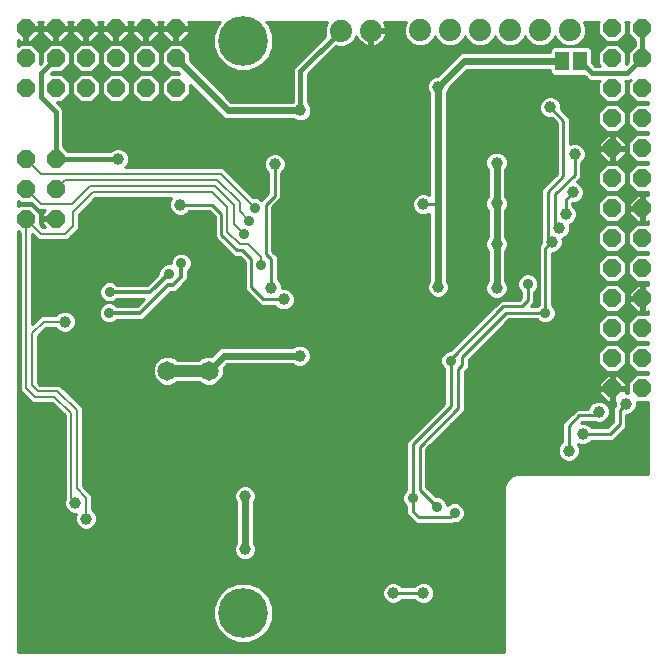
<source format=gbl>
G75*
G70*
%OFA0B0*%
%FSLAX24Y24*%
%IPPOS*%
%LPD*%
%AMOC8*
5,1,8,0,0,1.08239X$1,22.5*
%
%ADD10C,0.0740*%
%ADD11OC8,0.0610*%
%ADD12OC8,0.0600*%
%ADD13R,0.0460X0.0630*%
%ADD14C,0.0100*%
%ADD15C,0.0396*%
%ADD16C,0.0240*%
%ADD17C,0.0475*%
%ADD18C,0.0400*%
%ADD19C,0.0120*%
%ADD20C,0.0080*%
%ADD21C,0.0160*%
%ADD22C,0.0650*%
%ADD23C,0.0357*%
%ADD24C,0.1660*%
D10*
X011653Y023386D03*
X012653Y023386D03*
X014293Y023411D03*
X015293Y023411D03*
X016293Y023411D03*
X017293Y023411D03*
X018293Y023411D03*
X019293Y023411D03*
D11*
X002153Y019111D03*
X002153Y018111D03*
X002153Y017111D03*
X001153Y017111D03*
X001153Y018111D03*
X001153Y019111D03*
D12*
X001153Y021461D03*
X002153Y021461D03*
X003153Y021461D03*
X003153Y022461D03*
X003153Y023461D03*
X002153Y023461D03*
X002153Y022461D03*
X001153Y022461D03*
X001153Y023461D03*
X004153Y023461D03*
X005153Y023461D03*
X005153Y022461D03*
X005153Y021461D03*
X004153Y021461D03*
X004153Y022461D03*
X006153Y022461D03*
X006153Y021461D03*
X006153Y023461D03*
X020703Y023461D03*
X020703Y022461D03*
X020703Y021461D03*
X020703Y020461D03*
X021703Y020461D03*
X021703Y021461D03*
X021703Y022461D03*
X021703Y023461D03*
X021703Y019461D03*
X021703Y018461D03*
X021703Y017461D03*
X021703Y016461D03*
X021703Y015461D03*
X021703Y014461D03*
X021703Y013461D03*
X021703Y012461D03*
X021703Y011461D03*
X020703Y011461D03*
X020703Y012461D03*
X020703Y013461D03*
X020703Y014461D03*
X020703Y015461D03*
X020703Y016461D03*
X020703Y017461D03*
X020703Y018461D03*
X020703Y019461D03*
D13*
X019628Y022371D03*
X019028Y022371D03*
D14*
X000903Y016689D02*
X000903Y002686D01*
X017103Y002686D01*
X017103Y008211D01*
X017179Y008395D01*
X017319Y008535D01*
X017503Y008611D01*
X021903Y008611D01*
X021903Y010997D01*
X021897Y010991D01*
X021521Y010991D01*
X021521Y010863D01*
X021465Y010728D01*
X021361Y010624D01*
X021226Y010568D01*
X021173Y010568D01*
X021173Y010170D01*
X021044Y010041D01*
X020719Y009716D01*
X020028Y009716D01*
X019936Y009624D01*
X019801Y009568D01*
X019654Y009568D01*
X019547Y009613D01*
X019565Y009595D01*
X019621Y009460D01*
X019621Y009313D01*
X019565Y009178D01*
X019461Y009074D01*
X019326Y009018D01*
X019179Y009018D01*
X019044Y009074D01*
X018940Y009178D01*
X018884Y009313D01*
X018884Y009460D01*
X018940Y009595D01*
X019033Y009687D01*
X019033Y010302D01*
X019383Y010652D01*
X019511Y010781D01*
X019893Y010781D01*
X019940Y010895D01*
X020044Y010998D01*
X020179Y011054D01*
X020326Y011054D01*
X020461Y010998D01*
X020565Y010895D01*
X020621Y010760D01*
X020621Y010613D01*
X020565Y010478D01*
X020461Y010374D01*
X020326Y010318D01*
X020179Y010318D01*
X020124Y010341D01*
X019694Y010341D01*
X019657Y010304D01*
X019801Y010304D01*
X019936Y010248D01*
X020028Y010156D01*
X020536Y010156D01*
X020733Y010352D01*
X020733Y010827D01*
X020784Y010879D01*
X020784Y011010D01*
X020785Y011011D01*
X020753Y011011D01*
X020753Y011411D01*
X020753Y011511D01*
X021153Y011511D01*
X021153Y011648D01*
X020889Y011911D01*
X020753Y011911D01*
X020753Y011511D01*
X020653Y011511D01*
X020653Y011411D01*
X020753Y011411D01*
X021153Y011411D01*
X021153Y011304D01*
X021226Y011304D01*
X021233Y011302D01*
X021233Y011656D01*
X021508Y011931D01*
X021897Y011931D01*
X021903Y011926D01*
X021903Y011997D01*
X021897Y011991D01*
X021508Y011991D01*
X021233Y012267D01*
X021233Y012656D01*
X021508Y012931D01*
X021897Y012931D01*
X021903Y012926D01*
X021903Y012997D01*
X021897Y012991D01*
X021508Y012991D01*
X021233Y013267D01*
X021233Y013656D01*
X021508Y013931D01*
X021897Y013931D01*
X021903Y013926D01*
X021903Y014025D01*
X021889Y014011D01*
X021753Y014011D01*
X021753Y014411D01*
X021653Y014411D01*
X021653Y014011D01*
X021516Y014011D01*
X021253Y014275D01*
X021253Y014411D01*
X021653Y014411D01*
X021653Y014511D01*
X021253Y014511D01*
X021253Y014648D01*
X021516Y014911D01*
X021653Y014911D01*
X021653Y014511D01*
X021753Y014511D01*
X021753Y014911D01*
X021889Y014911D01*
X021903Y014898D01*
X021903Y014997D01*
X021897Y014991D01*
X021508Y014991D01*
X021233Y015267D01*
X021233Y015656D01*
X021508Y015931D01*
X021897Y015931D01*
X021903Y015926D01*
X021903Y015997D01*
X021897Y015991D01*
X021508Y015991D01*
X021233Y016267D01*
X021233Y016656D01*
X021508Y016931D01*
X021897Y016931D01*
X021903Y016926D01*
X021903Y017025D01*
X021889Y017011D01*
X021753Y017011D01*
X021753Y017411D01*
X021653Y017411D01*
X021653Y017011D01*
X021516Y017011D01*
X021253Y017275D01*
X021253Y017411D01*
X021653Y017411D01*
X021653Y017511D01*
X021253Y017511D01*
X021253Y017648D01*
X021516Y017911D01*
X021653Y017911D01*
X021653Y017511D01*
X021753Y017511D01*
X021753Y017911D01*
X021889Y017911D01*
X021903Y017898D01*
X021903Y017997D01*
X021897Y017991D01*
X021508Y017991D01*
X021233Y018267D01*
X021233Y018656D01*
X021508Y018931D01*
X021897Y018931D01*
X021903Y018926D01*
X021903Y018997D01*
X021897Y018991D01*
X021508Y018991D01*
X021233Y019267D01*
X021233Y019656D01*
X021508Y019931D01*
X021897Y019931D01*
X021903Y019926D01*
X021903Y019997D01*
X021897Y019991D01*
X021508Y019991D01*
X021233Y020267D01*
X021233Y020656D01*
X021508Y020931D01*
X021897Y020931D01*
X021903Y020926D01*
X021903Y020997D01*
X021897Y020991D01*
X021508Y020991D01*
X021233Y021267D01*
X021233Y021656D01*
X021318Y021742D01*
X021257Y021716D01*
X021112Y021716D01*
X021173Y021656D01*
X021173Y021267D01*
X020897Y020991D01*
X020508Y020991D01*
X020233Y021267D01*
X020233Y021656D01*
X020293Y021716D01*
X019983Y021716D01*
X019891Y021754D01*
X019821Y021825D01*
X019759Y021886D01*
X018727Y021886D01*
X018628Y021986D01*
X018628Y022081D01*
X015868Y022081D01*
X015261Y021474D01*
X015261Y021443D01*
X015205Y021308D01*
X015183Y021286D01*
X015183Y015067D01*
X015205Y015045D01*
X015261Y014910D01*
X015261Y014763D01*
X015205Y014628D01*
X015101Y014524D01*
X014966Y014468D01*
X014819Y014468D01*
X014684Y014524D01*
X014580Y014628D01*
X014524Y014763D01*
X014524Y014910D01*
X014580Y015045D01*
X014603Y015067D01*
X014603Y017286D01*
X014601Y017284D01*
X014466Y017228D01*
X014319Y017228D01*
X014184Y017284D01*
X014080Y017388D01*
X014024Y017523D01*
X014024Y017670D01*
X014080Y017805D01*
X014184Y017908D01*
X014319Y017964D01*
X014466Y017964D01*
X014601Y017908D01*
X014603Y017907D01*
X014603Y021286D01*
X014580Y021308D01*
X014524Y021443D01*
X014524Y021590D01*
X014580Y021725D01*
X014684Y021828D01*
X014819Y021884D01*
X014851Y021884D01*
X015583Y022617D01*
X015690Y022661D01*
X018628Y022661D01*
X018628Y022757D01*
X018727Y022856D01*
X019928Y022856D01*
X020028Y022757D01*
X020028Y022325D01*
X020136Y022216D01*
X020283Y022216D01*
X020233Y022267D01*
X020233Y022656D01*
X020508Y022931D01*
X020897Y022931D01*
X021173Y022656D01*
X021173Y022285D01*
X021233Y022345D01*
X021233Y022656D01*
X021453Y022876D01*
X021453Y023047D01*
X021233Y023267D01*
X021233Y023656D01*
X021263Y023686D01*
X021142Y023686D01*
X021173Y023656D01*
X021173Y023267D01*
X020897Y022991D01*
X020508Y022991D01*
X020233Y023267D01*
X020233Y023656D01*
X020263Y023686D01*
X019763Y023686D01*
X019833Y023519D01*
X019833Y023304D01*
X019750Y023105D01*
X019598Y022954D01*
X019400Y022871D01*
X019185Y022871D01*
X018987Y022954D01*
X018835Y023105D01*
X018793Y023207D01*
X018750Y023105D01*
X018598Y022954D01*
X018400Y022871D01*
X018185Y022871D01*
X017987Y022954D01*
X017835Y023105D01*
X017793Y023207D01*
X017750Y023105D01*
X017598Y022954D01*
X017400Y022871D01*
X017185Y022871D01*
X016987Y022954D01*
X016835Y023105D01*
X016793Y023207D01*
X016750Y023105D01*
X016598Y022954D01*
X016400Y022871D01*
X016185Y022871D01*
X015987Y022954D01*
X015835Y023105D01*
X015793Y023207D01*
X015750Y023105D01*
X015598Y022954D01*
X015400Y022871D01*
X015185Y022871D01*
X014987Y022954D01*
X014835Y023105D01*
X014793Y023207D01*
X014750Y023105D01*
X014598Y022954D01*
X014400Y022871D01*
X014185Y022871D01*
X013987Y022954D01*
X013835Y023105D01*
X013753Y023304D01*
X013753Y023519D01*
X013822Y023686D01*
X013077Y023686D01*
X013097Y023659D01*
X013134Y023586D01*
X013160Y023508D01*
X013171Y023436D01*
X012703Y023436D01*
X012703Y023336D01*
X013171Y023336D01*
X013160Y023265D01*
X013769Y023265D01*
X013753Y023364D02*
X012703Y023364D01*
X012703Y023336D02*
X012603Y023336D01*
X012603Y022868D01*
X012531Y022879D01*
X012453Y022904D01*
X012380Y022942D01*
X012314Y022990D01*
X012256Y023048D01*
X012208Y023114D01*
X012171Y023187D01*
X012163Y023209D01*
X012110Y023080D01*
X011958Y022929D01*
X011760Y022846D01*
X011545Y022846D01*
X011491Y022869D01*
X010553Y021923D01*
X010553Y020997D01*
X010615Y020935D01*
X010671Y020800D01*
X010671Y020653D01*
X010615Y020518D01*
X010511Y020414D01*
X010376Y020358D01*
X010229Y020358D01*
X010094Y020414D01*
X010072Y020436D01*
X007830Y020436D01*
X007723Y020481D01*
X007642Y020562D01*
X006623Y021581D01*
X006623Y021267D01*
X006347Y020991D01*
X005958Y020991D01*
X005683Y021267D01*
X005683Y021656D01*
X005958Y021931D01*
X006272Y021931D01*
X006212Y021991D01*
X005958Y021991D01*
X005683Y022267D01*
X005683Y022656D01*
X005958Y022931D01*
X006347Y022931D01*
X006623Y022656D01*
X006623Y022401D01*
X008008Y021016D01*
X010053Y021016D01*
X010053Y022026D01*
X010052Y022075D01*
X010053Y022076D01*
X010053Y022076D01*
X010071Y022122D01*
X010090Y022167D01*
X010090Y022168D01*
X010091Y022168D01*
X010125Y022203D01*
X011136Y023221D01*
X011113Y023279D01*
X011113Y023494D01*
X011192Y023686D01*
X009167Y023686D01*
X009250Y023603D01*
X009402Y023235D01*
X009402Y022837D01*
X009250Y022470D01*
X008969Y022189D01*
X008601Y022036D01*
X008204Y022036D01*
X007836Y022189D01*
X007555Y022470D01*
X007403Y022837D01*
X007403Y023235D01*
X007555Y023603D01*
X007638Y023686D01*
X006564Y023686D01*
X006603Y023648D01*
X006603Y023511D01*
X006203Y023511D01*
X006203Y023411D01*
X006603Y023411D01*
X006603Y023275D01*
X006339Y023011D01*
X006203Y023011D01*
X006203Y023411D01*
X006103Y023411D01*
X006103Y023011D01*
X005966Y023011D01*
X005703Y023275D01*
X005703Y023411D01*
X006103Y023411D01*
X006103Y023511D01*
X005703Y023511D01*
X005703Y023648D01*
X005741Y023686D01*
X005564Y023686D01*
X005603Y023648D01*
X005603Y023511D01*
X005203Y023511D01*
X005203Y023411D01*
X005603Y023411D01*
X005603Y023275D01*
X005339Y023011D01*
X005203Y023011D01*
X005203Y023411D01*
X005103Y023411D01*
X005103Y023011D01*
X004966Y023011D01*
X004703Y023275D01*
X004703Y023411D01*
X005103Y023411D01*
X005103Y023511D01*
X004703Y023511D01*
X004703Y023648D01*
X004741Y023686D01*
X004564Y023686D01*
X004603Y023648D01*
X004603Y023511D01*
X004203Y023511D01*
X004203Y023411D01*
X004603Y023411D01*
X004603Y023275D01*
X004339Y023011D01*
X004203Y023011D01*
X004203Y023411D01*
X004103Y023411D01*
X004103Y023011D01*
X003966Y023011D01*
X003703Y023275D01*
X003703Y023411D01*
X004103Y023411D01*
X004103Y023511D01*
X003703Y023511D01*
X003703Y023648D01*
X003741Y023686D01*
X003564Y023686D01*
X003603Y023648D01*
X003603Y023511D01*
X003203Y023511D01*
X003203Y023411D01*
X003603Y023411D01*
X003603Y023275D01*
X003339Y023011D01*
X003203Y023011D01*
X003203Y023411D01*
X003103Y023411D01*
X003103Y023011D01*
X002966Y023011D01*
X002703Y023275D01*
X002703Y023411D01*
X003103Y023411D01*
X003103Y023511D01*
X002703Y023511D01*
X002703Y023648D01*
X002741Y023686D01*
X002564Y023686D01*
X002603Y023648D01*
X002603Y023511D01*
X002203Y023511D01*
X002203Y023411D01*
X002603Y023411D01*
X002603Y023275D01*
X002339Y023011D01*
X002203Y023011D01*
X002203Y023411D01*
X002103Y023411D01*
X002103Y023011D01*
X001966Y023011D01*
X001703Y023275D01*
X001703Y023411D01*
X002103Y023411D01*
X002103Y023511D01*
X001703Y023511D01*
X001703Y023648D01*
X001741Y023686D01*
X001564Y023686D01*
X001603Y023648D01*
X001603Y023511D01*
X001203Y023511D01*
X001203Y023411D01*
X001603Y023411D01*
X001603Y023275D01*
X001339Y023011D01*
X001203Y023011D01*
X001203Y023411D01*
X001103Y023411D01*
X001103Y023011D01*
X000966Y023011D01*
X000903Y023075D01*
X000903Y022876D01*
X000958Y022931D01*
X001347Y022931D01*
X001623Y022656D01*
X001623Y022285D01*
X001683Y022345D01*
X001683Y022656D01*
X001958Y022931D01*
X002347Y022931D01*
X002623Y022656D01*
X002623Y022267D01*
X002347Y021991D01*
X002036Y021991D01*
X001976Y021931D01*
X002347Y021931D01*
X002623Y021656D01*
X002623Y021267D01*
X002347Y020991D01*
X002176Y020991D01*
X002364Y020803D01*
X002403Y020711D01*
X002403Y019533D01*
X002574Y019361D01*
X003967Y019361D01*
X004024Y019418D01*
X004159Y019474D01*
X004306Y019474D01*
X004441Y019418D01*
X004545Y019315D01*
X004601Y019180D01*
X004601Y019033D01*
X004545Y018898D01*
X004473Y018826D01*
X007730Y018826D01*
X008726Y017830D01*
X008847Y017830D01*
X008975Y017777D01*
X009003Y017748D01*
X009061Y017806D01*
X009233Y017977D01*
X009233Y018636D01*
X009140Y018728D01*
X009084Y018863D01*
X009084Y019010D01*
X009140Y019145D01*
X009244Y019248D01*
X009379Y019304D01*
X009526Y019304D01*
X009661Y019248D01*
X009765Y019145D01*
X009821Y019010D01*
X009821Y018863D01*
X009765Y018728D01*
X009673Y018636D01*
X014603Y018636D01*
X014603Y018734D02*
X009767Y018734D01*
X009808Y018833D02*
X014603Y018833D01*
X014603Y018931D02*
X009821Y018931D01*
X009812Y019030D02*
X014603Y019030D01*
X014603Y019128D02*
X009771Y019128D01*
X009683Y019227D02*
X014603Y019227D01*
X014603Y019325D02*
X004534Y019325D01*
X004581Y019227D02*
X009223Y019227D01*
X009134Y019128D02*
X004601Y019128D01*
X004599Y019030D02*
X009093Y019030D01*
X009084Y018931D02*
X004559Y018931D01*
X004480Y018833D02*
X009097Y018833D01*
X009138Y018734D02*
X007821Y018734D01*
X007920Y018636D02*
X009232Y018636D01*
X009233Y018537D02*
X008018Y018537D01*
X008117Y018439D02*
X009233Y018439D01*
X009233Y018340D02*
X008215Y018340D01*
X008314Y018242D02*
X009233Y018242D01*
X009233Y018143D02*
X008412Y018143D01*
X008511Y018045D02*
X009233Y018045D01*
X009201Y017946D02*
X008609Y017946D01*
X008708Y017848D02*
X009103Y017848D01*
X009004Y017749D02*
X009002Y017749D01*
X009153Y017586D02*
X009153Y015946D01*
X009333Y015766D01*
X009333Y014806D01*
X009654Y014991D02*
X014558Y014991D01*
X014524Y014893D02*
X009695Y014893D01*
X009701Y014880D02*
X009645Y015015D01*
X009553Y015107D01*
X009553Y015857D01*
X009424Y015986D01*
X009373Y016037D01*
X009373Y017495D01*
X009673Y017795D01*
X009673Y018636D01*
X009673Y018537D02*
X014603Y018537D01*
X014603Y018439D02*
X009673Y018439D01*
X009673Y018340D02*
X014603Y018340D01*
X014603Y018242D02*
X009673Y018242D01*
X009673Y018143D02*
X014603Y018143D01*
X014603Y018045D02*
X009673Y018045D01*
X009673Y017946D02*
X014276Y017946D01*
X014124Y017848D02*
X009673Y017848D01*
X009627Y017749D02*
X014058Y017749D01*
X014024Y017651D02*
X009528Y017651D01*
X009430Y017552D02*
X014024Y017552D01*
X014053Y017454D02*
X009373Y017454D01*
X009373Y017355D02*
X014113Y017355D01*
X014250Y017257D02*
X009373Y017257D01*
X009373Y017158D02*
X014603Y017158D01*
X014603Y017060D02*
X009373Y017060D01*
X009373Y016961D02*
X014603Y016961D01*
X014603Y016863D02*
X009373Y016863D01*
X009373Y016764D02*
X014603Y016764D01*
X014603Y016666D02*
X009373Y016666D01*
X009373Y016567D02*
X014603Y016567D01*
X014603Y016469D02*
X009373Y016469D01*
X009373Y016370D02*
X014603Y016370D01*
X014603Y016272D02*
X009373Y016272D01*
X009373Y016173D02*
X014603Y016173D01*
X014603Y016075D02*
X009373Y016075D01*
X009434Y015976D02*
X014603Y015976D01*
X014603Y015878D02*
X009532Y015878D01*
X009553Y015779D02*
X014603Y015779D01*
X014603Y015681D02*
X009553Y015681D01*
X009553Y015582D02*
X014603Y015582D01*
X014603Y015484D02*
X009553Y015484D01*
X009553Y015385D02*
X014603Y015385D01*
X014603Y015287D02*
X009553Y015287D01*
X009553Y015188D02*
X014603Y015188D01*
X014603Y015090D02*
X009570Y015090D01*
X009701Y014880D02*
X009701Y014794D01*
X009816Y014794D01*
X014524Y014794D01*
X014552Y014696D02*
X009994Y014696D01*
X009951Y014738D02*
X009816Y014794D01*
X009951Y014738D02*
X010055Y014635D01*
X010111Y014500D01*
X010111Y014353D01*
X010055Y014218D01*
X009951Y014114D01*
X009816Y014058D01*
X009669Y014058D01*
X009534Y014114D01*
X009442Y014206D01*
X008981Y014206D01*
X008853Y014335D01*
X008443Y014745D01*
X008443Y015675D01*
X008281Y015836D01*
X008101Y015836D01*
X007973Y015965D01*
X007443Y016495D01*
X007443Y017195D01*
X007271Y017366D01*
X006603Y017366D01*
X006511Y017274D01*
X006376Y017218D01*
X006229Y017218D01*
X006094Y017274D01*
X005990Y017378D01*
X005934Y017513D01*
X005934Y017660D01*
X005990Y017795D01*
X005992Y017796D01*
X003470Y017796D01*
X002923Y017249D01*
X002923Y016779D01*
X002673Y016529D01*
X002550Y016406D01*
X001561Y016406D01*
X001363Y016604D01*
X001363Y013603D01*
X001656Y013896D01*
X002142Y013896D01*
X002244Y013998D01*
X002379Y014054D01*
X002526Y014054D01*
X002661Y013998D01*
X002765Y013895D01*
X002821Y013760D01*
X002821Y013613D01*
X002765Y013478D01*
X002661Y013374D01*
X002526Y013318D01*
X002379Y013318D01*
X002244Y013374D01*
X002142Y013476D01*
X001830Y013476D01*
X001563Y013209D01*
X001563Y011653D01*
X001630Y011586D01*
X002190Y011586D01*
X002275Y011588D01*
X002277Y011586D01*
X002280Y011586D01*
X002339Y011527D01*
X002947Y010946D01*
X002950Y010946D01*
X003009Y010887D01*
X003071Y010828D01*
X003071Y010825D01*
X003073Y010823D01*
X003073Y010739D01*
X003074Y010654D01*
X003073Y010652D01*
X003073Y008208D01*
X003315Y007941D01*
X003373Y007883D01*
X003373Y007878D01*
X003376Y007873D01*
X003373Y007791D01*
X003373Y007427D01*
X003475Y007325D01*
X003531Y007190D01*
X003531Y007043D01*
X003475Y006908D01*
X003371Y006804D01*
X003236Y006748D01*
X003089Y006748D01*
X002954Y006804D01*
X002850Y006908D01*
X002794Y007043D01*
X002794Y007190D01*
X002831Y007278D01*
X002719Y007278D01*
X002584Y007334D01*
X002480Y007438D01*
X002424Y007573D01*
X002424Y007720D01*
X002448Y007778D01*
X002453Y007817D01*
X002453Y010556D01*
X002019Y010966D01*
X001366Y010966D01*
X001066Y011266D01*
X000943Y011389D01*
X000943Y016649D01*
X000903Y016689D01*
X000903Y016666D02*
X000926Y016666D01*
X000943Y016567D02*
X000903Y016567D01*
X000903Y016469D02*
X000943Y016469D01*
X000943Y016370D02*
X000903Y016370D01*
X000903Y016272D02*
X000943Y016272D01*
X000943Y016173D02*
X000903Y016173D01*
X000903Y016075D02*
X000943Y016075D01*
X000943Y015976D02*
X000903Y015976D01*
X000903Y015878D02*
X000943Y015878D01*
X000943Y015779D02*
X000903Y015779D01*
X000903Y015681D02*
X000943Y015681D01*
X000943Y015582D02*
X000903Y015582D01*
X000903Y015484D02*
X000943Y015484D01*
X000943Y015385D02*
X000903Y015385D01*
X000903Y015287D02*
X000943Y015287D01*
X000943Y015188D02*
X000903Y015188D01*
X000903Y015090D02*
X000943Y015090D01*
X000943Y014991D02*
X000903Y014991D01*
X000903Y014893D02*
X000943Y014893D01*
X000943Y014794D02*
X000903Y014794D01*
X000903Y014696D02*
X000943Y014696D01*
X000943Y014597D02*
X000903Y014597D01*
X000903Y014499D02*
X000943Y014499D01*
X000943Y014400D02*
X000903Y014400D01*
X000903Y014302D02*
X000943Y014302D01*
X000943Y014203D02*
X000903Y014203D01*
X000903Y014105D02*
X000943Y014105D01*
X000943Y014006D02*
X000903Y014006D01*
X000903Y013908D02*
X000943Y013908D01*
X000943Y013809D02*
X000903Y013809D01*
X000903Y013711D02*
X000943Y013711D01*
X000943Y013612D02*
X000903Y013612D01*
X000903Y013514D02*
X000943Y013514D01*
X000943Y013415D02*
X000903Y013415D01*
X000903Y013317D02*
X000943Y013317D01*
X000943Y013218D02*
X000903Y013218D01*
X000903Y013120D02*
X000943Y013120D01*
X000943Y013021D02*
X000903Y013021D01*
X000903Y012923D02*
X000943Y012923D01*
X000943Y012824D02*
X000903Y012824D01*
X000903Y012726D02*
X000943Y012726D01*
X000943Y012627D02*
X000903Y012627D01*
X000903Y012529D02*
X000943Y012529D01*
X000943Y012430D02*
X000903Y012430D01*
X000903Y012332D02*
X000943Y012332D01*
X000943Y012233D02*
X000903Y012233D01*
X000903Y012135D02*
X000943Y012135D01*
X000943Y012036D02*
X000903Y012036D01*
X000903Y011938D02*
X000943Y011938D01*
X000943Y011839D02*
X000903Y011839D01*
X000903Y011741D02*
X000943Y011741D01*
X000943Y011642D02*
X000903Y011642D01*
X000903Y011544D02*
X000943Y011544D01*
X000943Y011445D02*
X000903Y011445D01*
X000903Y011347D02*
X000985Y011347D01*
X000903Y011248D02*
X001084Y011248D01*
X001182Y011150D02*
X000903Y011150D01*
X000903Y011051D02*
X001281Y011051D01*
X000903Y010953D02*
X002033Y010953D01*
X002137Y010854D02*
X000903Y010854D01*
X000903Y010756D02*
X002241Y010756D01*
X002345Y010657D02*
X000903Y010657D01*
X000903Y010559D02*
X002449Y010559D01*
X002453Y010460D02*
X000903Y010460D01*
X000903Y010362D02*
X002453Y010362D01*
X002453Y010263D02*
X000903Y010263D01*
X000903Y010165D02*
X002453Y010165D01*
X002453Y010066D02*
X000903Y010066D01*
X000903Y009968D02*
X002453Y009968D01*
X002453Y009869D02*
X000903Y009869D01*
X000903Y009771D02*
X002453Y009771D01*
X002453Y009672D02*
X000903Y009672D01*
X000903Y009574D02*
X002453Y009574D01*
X002453Y009475D02*
X000903Y009475D01*
X000903Y009377D02*
X002453Y009377D01*
X002453Y009278D02*
X000903Y009278D01*
X000903Y009180D02*
X002453Y009180D01*
X002453Y009081D02*
X000903Y009081D01*
X000903Y008983D02*
X002453Y008983D01*
X002453Y008884D02*
X000903Y008884D01*
X000903Y008786D02*
X002453Y008786D01*
X002453Y008687D02*
X000903Y008687D01*
X000903Y008589D02*
X002453Y008589D01*
X002453Y008490D02*
X000903Y008490D01*
X000903Y008392D02*
X002453Y008392D01*
X002453Y008293D02*
X000903Y008293D01*
X000903Y008195D02*
X002453Y008195D01*
X002453Y008096D02*
X000903Y008096D01*
X000903Y007998D02*
X002453Y007998D01*
X002453Y007899D02*
X000903Y007899D01*
X000903Y007801D02*
X002451Y007801D01*
X002424Y007702D02*
X000903Y007702D01*
X000903Y007604D02*
X002424Y007604D01*
X002453Y007505D02*
X000903Y007505D01*
X000903Y007407D02*
X002511Y007407D01*
X002647Y007308D02*
X000903Y007308D01*
X000903Y007210D02*
X002803Y007210D01*
X002794Y007111D02*
X000903Y007111D01*
X000903Y007013D02*
X002807Y007013D01*
X002848Y006914D02*
X000903Y006914D01*
X000903Y006816D02*
X002942Y006816D01*
X003383Y006816D02*
X008173Y006816D01*
X008173Y006914D02*
X003477Y006914D01*
X003518Y007013D02*
X008173Y007013D01*
X008173Y007111D02*
X003531Y007111D01*
X003522Y007210D02*
X008173Y007210D01*
X008173Y007308D02*
X003481Y007308D01*
X003393Y007407D02*
X008173Y007407D01*
X008173Y007505D02*
X003373Y007505D01*
X003373Y007604D02*
X008173Y007604D01*
X008173Y007646D02*
X008173Y006327D01*
X008150Y006305D01*
X008094Y006170D01*
X008094Y006023D01*
X008150Y005888D01*
X008254Y005784D01*
X008389Y005728D01*
X008536Y005728D01*
X008671Y005784D01*
X008775Y005888D01*
X008831Y006023D01*
X008831Y006170D01*
X008775Y006305D01*
X008753Y006327D01*
X008753Y007646D01*
X008775Y007668D01*
X008831Y007803D01*
X008831Y007950D01*
X008775Y008085D01*
X008671Y008188D01*
X008536Y008244D01*
X008389Y008244D01*
X008254Y008188D01*
X008150Y008085D01*
X008094Y007950D01*
X008094Y007803D01*
X008150Y007668D01*
X008173Y007646D01*
X008136Y007702D02*
X003373Y007702D01*
X003373Y007801D02*
X008095Y007801D01*
X008094Y007899D02*
X003357Y007899D01*
X003263Y007998D02*
X008114Y007998D01*
X008162Y008096D02*
X003174Y008096D01*
X003084Y008195D02*
X008270Y008195D01*
X008656Y008195D02*
X013833Y008195D01*
X013833Y008293D02*
X003073Y008293D01*
X003073Y008392D02*
X013833Y008392D01*
X013833Y008490D02*
X003073Y008490D01*
X003073Y008589D02*
X013833Y008589D01*
X013833Y008687D02*
X003073Y008687D01*
X003073Y008786D02*
X013833Y008786D01*
X013833Y008884D02*
X003073Y008884D01*
X003073Y008983D02*
X013833Y008983D01*
X013833Y009081D02*
X003073Y009081D01*
X003073Y009180D02*
X013833Y009180D01*
X013833Y009278D02*
X003073Y009278D01*
X003073Y009377D02*
X013833Y009377D01*
X013833Y009475D02*
X003073Y009475D01*
X003073Y009574D02*
X013833Y009574D01*
X013833Y009672D02*
X003073Y009672D01*
X003073Y009771D02*
X013916Y009771D01*
X013833Y009687D02*
X013833Y008079D01*
X013757Y008004D01*
X013704Y007876D01*
X013704Y007737D01*
X013757Y007609D01*
X013833Y007534D01*
X013833Y007255D01*
X013961Y007126D01*
X014151Y006936D01*
X015384Y006936D01*
X015405Y006958D01*
X015512Y006958D01*
X015640Y007011D01*
X015738Y007109D01*
X015791Y007237D01*
X015791Y007376D01*
X015738Y007504D01*
X015640Y007602D01*
X015512Y007655D01*
X015373Y007655D01*
X015245Y007602D01*
X015201Y007558D01*
X015201Y007576D01*
X015148Y007704D01*
X015050Y007802D01*
X014922Y007855D01*
X014815Y007855D01*
X014503Y008167D01*
X014503Y009425D01*
X015664Y010586D01*
X015793Y010715D01*
X015793Y012025D01*
X015913Y012145D01*
X015913Y012415D01*
X017254Y013756D01*
X018200Y013756D01*
X018275Y013681D01*
X018403Y013628D01*
X018542Y013628D01*
X018670Y013681D01*
X018768Y013779D01*
X018821Y013907D01*
X018821Y014046D01*
X018768Y014174D01*
X018693Y014249D01*
X018693Y015978D01*
X018756Y015978D01*
X018891Y016034D01*
X018995Y016138D01*
X019051Y016273D01*
X019051Y016420D01*
X019037Y016451D01*
X019141Y016494D01*
X019245Y016598D01*
X019301Y016733D01*
X019301Y016880D01*
X019283Y016922D01*
X019361Y016954D01*
X019465Y017058D01*
X019521Y017193D01*
X019521Y017340D01*
X019465Y017475D01*
X019373Y017567D01*
X019373Y017628D01*
X019466Y017628D01*
X019601Y017684D01*
X019705Y017788D01*
X019761Y017923D01*
X019761Y018070D01*
X019705Y018205D01*
X019601Y018308D01*
X019512Y018345D01*
X019663Y018495D01*
X019663Y018966D01*
X019755Y019058D01*
X019811Y019193D01*
X019811Y019340D01*
X019755Y019475D01*
X019651Y019578D01*
X019516Y019634D01*
X019369Y019634D01*
X019283Y019599D01*
X019283Y020385D01*
X019284Y020475D01*
X019283Y020476D01*
X019283Y020477D01*
X019219Y020541D01*
X019001Y020764D01*
X019001Y020900D01*
X018945Y021035D01*
X018841Y021138D01*
X018706Y021194D01*
X018559Y021194D01*
X018424Y021138D01*
X018320Y021035D01*
X018264Y020900D01*
X018264Y020753D01*
X018320Y020618D01*
X018424Y020514D01*
X018559Y020458D01*
X018685Y020458D01*
X018843Y020297D01*
X018843Y018617D01*
X018461Y018236D01*
X018333Y018107D01*
X018333Y016463D01*
X018314Y016420D01*
X018314Y016289D01*
X018253Y016227D01*
X018253Y014249D01*
X018200Y014196D01*
X017994Y014196D01*
X018103Y014305D01*
X018103Y014674D01*
X018178Y014749D01*
X018231Y014877D01*
X018231Y015016D01*
X018178Y015144D01*
X018080Y015242D01*
X017952Y015295D01*
X017813Y015295D01*
X017685Y015242D01*
X017587Y015144D01*
X017534Y015016D01*
X017534Y014877D01*
X017587Y014749D01*
X017663Y014674D01*
X017663Y014487D01*
X017591Y014416D01*
X016981Y014416D01*
X015300Y012735D01*
X015243Y012735D01*
X015115Y012682D01*
X015017Y012584D01*
X014964Y012456D01*
X014964Y012317D01*
X015017Y012189D01*
X015093Y012114D01*
X015093Y010947D01*
X013833Y009687D01*
X014053Y009596D02*
X015313Y010856D01*
X015313Y012386D01*
X015313Y012436D01*
X017073Y014196D01*
X017683Y014196D01*
X017883Y014396D01*
X017883Y014946D01*
X018125Y014696D02*
X018253Y014696D01*
X018253Y014794D02*
X018197Y014794D01*
X018231Y014893D02*
X018253Y014893D01*
X018253Y014991D02*
X018231Y014991D01*
X018253Y015090D02*
X018200Y015090D01*
X018253Y015188D02*
X018133Y015188D01*
X018253Y015287D02*
X017971Y015287D01*
X017794Y015287D02*
X017133Y015287D01*
X017133Y015385D02*
X018253Y015385D01*
X018253Y015484D02*
X017133Y015484D01*
X017133Y015582D02*
X018253Y015582D01*
X018253Y015681D02*
X017133Y015681D01*
X017133Y015779D02*
X018253Y015779D01*
X018253Y015878D02*
X017133Y015878D01*
X017133Y015976D02*
X018253Y015976D01*
X018253Y016075D02*
X017158Y016075D01*
X017155Y016068D02*
X017211Y016203D01*
X017211Y016350D01*
X017155Y016485D01*
X017133Y016507D01*
X017133Y017396D01*
X017155Y017418D01*
X017211Y017553D01*
X017211Y017700D01*
X017155Y017835D01*
X017133Y017857D01*
X017133Y018756D01*
X017155Y018778D01*
X017211Y018913D01*
X017211Y019060D01*
X017155Y019195D01*
X017051Y019298D01*
X016916Y019354D01*
X016769Y019354D01*
X016634Y019298D01*
X016530Y019195D01*
X016474Y019060D01*
X016474Y018913D01*
X016530Y018778D01*
X016553Y018756D01*
X016553Y017857D01*
X016530Y017835D01*
X016474Y017700D01*
X016474Y017553D01*
X016530Y017418D01*
X016553Y017396D01*
X016553Y016507D01*
X016530Y016485D01*
X016474Y016350D01*
X016474Y016203D01*
X016530Y016068D01*
X016553Y016046D01*
X016553Y015037D01*
X016530Y015015D01*
X016474Y014880D01*
X016474Y014733D01*
X016530Y014598D01*
X016634Y014494D01*
X016769Y014438D01*
X016916Y014438D01*
X017051Y014494D01*
X017155Y014598D01*
X017211Y014733D01*
X017211Y014880D01*
X017155Y015015D01*
X017133Y015037D01*
X017133Y016046D01*
X017155Y016068D01*
X017198Y016173D02*
X018253Y016173D01*
X018297Y016272D02*
X017211Y016272D01*
X017202Y016370D02*
X018314Y016370D01*
X018333Y016469D02*
X017161Y016469D01*
X017133Y016567D02*
X018333Y016567D01*
X018333Y016666D02*
X017133Y016666D01*
X017133Y016764D02*
X018333Y016764D01*
X018333Y016863D02*
X017133Y016863D01*
X017133Y016961D02*
X018333Y016961D01*
X018333Y017060D02*
X017133Y017060D01*
X017133Y017158D02*
X018333Y017158D01*
X018333Y017257D02*
X017133Y017257D01*
X017133Y017355D02*
X018333Y017355D01*
X018333Y017454D02*
X017170Y017454D01*
X017210Y017552D02*
X018333Y017552D01*
X018333Y017651D02*
X017211Y017651D01*
X017190Y017749D02*
X018333Y017749D01*
X018333Y017848D02*
X017142Y017848D01*
X017133Y017946D02*
X018333Y017946D01*
X018333Y018045D02*
X017133Y018045D01*
X017133Y018143D02*
X018368Y018143D01*
X018467Y018242D02*
X017133Y018242D01*
X017133Y018340D02*
X018565Y018340D01*
X018664Y018439D02*
X017133Y018439D01*
X017133Y018537D02*
X018762Y018537D01*
X018843Y018636D02*
X017133Y018636D01*
X017133Y018734D02*
X018843Y018734D01*
X018843Y018833D02*
X017177Y018833D01*
X017211Y018931D02*
X018843Y018931D01*
X018843Y019030D02*
X017211Y019030D01*
X017182Y019128D02*
X018843Y019128D01*
X018843Y019227D02*
X017123Y019227D01*
X016986Y019325D02*
X018843Y019325D01*
X018843Y019424D02*
X015183Y019424D01*
X015183Y019522D02*
X018843Y019522D01*
X018843Y019621D02*
X015183Y019621D01*
X015183Y019719D02*
X018843Y019719D01*
X018843Y019818D02*
X015183Y019818D01*
X015183Y019916D02*
X018843Y019916D01*
X018843Y020015D02*
X015183Y020015D01*
X015183Y020113D02*
X018843Y020113D01*
X018843Y020212D02*
X015183Y020212D01*
X015183Y020310D02*
X018829Y020310D01*
X018733Y020409D02*
X015183Y020409D01*
X015183Y020507D02*
X018441Y020507D01*
X018332Y020606D02*
X015183Y020606D01*
X015183Y020704D02*
X018285Y020704D01*
X018264Y020803D02*
X015183Y020803D01*
X015183Y020901D02*
X018265Y020901D01*
X018306Y021000D02*
X015183Y021000D01*
X015183Y021098D02*
X018384Y021098D01*
X018633Y020826D02*
X019063Y020386D01*
X019063Y018526D01*
X018553Y018016D01*
X018553Y016476D01*
X018683Y016346D01*
X018473Y016136D01*
X018473Y013976D01*
X017163Y013976D01*
X015693Y012506D01*
X015693Y012236D01*
X015573Y012116D01*
X015573Y010806D01*
X014283Y009516D01*
X014283Y008076D01*
X014853Y007506D01*
X015189Y007604D02*
X015250Y007604D01*
X015148Y007702D02*
X017103Y007702D01*
X017103Y007604D02*
X015635Y007604D01*
X015736Y007505D02*
X017103Y007505D01*
X017103Y007407D02*
X015778Y007407D01*
X015791Y007308D02*
X017103Y007308D01*
X017103Y007210D02*
X015780Y007210D01*
X015739Y007111D02*
X017103Y007111D01*
X017103Y007013D02*
X015642Y007013D01*
X015443Y007306D02*
X015293Y007156D01*
X014243Y007156D01*
X014053Y007346D01*
X014053Y007806D01*
X014053Y009596D01*
X014014Y009869D02*
X003073Y009869D01*
X003073Y009968D02*
X014113Y009968D01*
X014211Y010066D02*
X003073Y010066D01*
X003073Y010165D02*
X014310Y010165D01*
X014408Y010263D02*
X003073Y010263D01*
X003073Y010362D02*
X014507Y010362D01*
X014605Y010460D02*
X003073Y010460D01*
X003073Y010559D02*
X014704Y010559D01*
X014802Y010657D02*
X003074Y010657D01*
X003073Y010756D02*
X014901Y010756D01*
X014999Y010854D02*
X003043Y010854D01*
X002940Y010953D02*
X015093Y010953D01*
X015093Y011051D02*
X002837Y011051D01*
X002734Y011150D02*
X015093Y011150D01*
X015093Y011248D02*
X002631Y011248D01*
X002527Y011347D02*
X015093Y011347D01*
X015093Y011445D02*
X002424Y011445D01*
X002322Y011544D02*
X015093Y011544D01*
X015093Y011642D02*
X007548Y011642D01*
X007533Y011627D02*
X007672Y011766D01*
X007747Y011948D01*
X007747Y012131D01*
X007873Y012256D01*
X010052Y012256D01*
X010074Y012234D01*
X010209Y012178D01*
X010356Y012178D01*
X010491Y012234D01*
X010595Y012338D01*
X010651Y012473D01*
X010651Y012620D01*
X010595Y012755D01*
X010491Y012858D01*
X010356Y012914D01*
X010209Y012914D01*
X010074Y012858D01*
X010052Y012836D01*
X007695Y012836D01*
X007588Y012792D01*
X007337Y012541D01*
X007154Y012541D01*
X006972Y012466D01*
X006923Y012416D01*
X006202Y012416D01*
X006153Y012466D01*
X005971Y012541D01*
X005774Y012541D01*
X005592Y012466D01*
X005453Y012327D01*
X005378Y012145D01*
X005378Y011948D01*
X005453Y011766D01*
X005592Y011627D01*
X005774Y011552D01*
X005971Y011552D01*
X006153Y011627D01*
X006202Y011676D01*
X006923Y011676D01*
X006972Y011627D01*
X007154Y011552D01*
X007351Y011552D01*
X007533Y011627D01*
X007647Y011741D02*
X015093Y011741D01*
X015093Y011839D02*
X007702Y011839D01*
X007743Y011938D02*
X015093Y011938D01*
X015093Y012036D02*
X007747Y012036D01*
X007751Y012135D02*
X015071Y012135D01*
X014999Y012233D02*
X010489Y012233D01*
X010589Y012332D02*
X014964Y012332D01*
X014964Y012430D02*
X010633Y012430D01*
X010651Y012529D02*
X014994Y012529D01*
X015061Y012627D02*
X010647Y012627D01*
X010607Y012726D02*
X015222Y012726D01*
X015389Y012824D02*
X010525Y012824D01*
X010076Y012233D02*
X007850Y012233D01*
X008183Y011796D02*
X008213Y011766D01*
X007423Y012627D02*
X001563Y012627D01*
X001563Y012529D02*
X005744Y012529D01*
X005557Y012430D02*
X001563Y012430D01*
X001563Y012332D02*
X005458Y012332D01*
X005414Y012233D02*
X001563Y012233D01*
X001563Y012135D02*
X005378Y012135D01*
X005378Y012036D02*
X001563Y012036D01*
X001563Y011938D02*
X005382Y011938D01*
X005423Y011839D02*
X001563Y011839D01*
X001563Y011741D02*
X005478Y011741D01*
X005577Y011642D02*
X001574Y011642D01*
X001563Y012726D02*
X007522Y012726D01*
X007666Y012824D02*
X001563Y012824D01*
X001563Y012923D02*
X015488Y012923D01*
X015586Y013021D02*
X001563Y013021D01*
X001563Y013120D02*
X015685Y013120D01*
X015783Y013218D02*
X001572Y013218D01*
X001670Y013317D02*
X015882Y013317D01*
X015980Y013415D02*
X002702Y013415D01*
X002780Y013514D02*
X016079Y013514D01*
X016177Y013612D02*
X002820Y013612D01*
X002821Y013711D02*
X003705Y013711D01*
X003735Y013681D02*
X003863Y013628D01*
X004002Y013628D01*
X004130Y013681D01*
X004195Y013746D01*
X005058Y013746D01*
X005998Y014686D01*
X006158Y014686D01*
X006428Y014956D01*
X006563Y015091D01*
X006563Y015374D01*
X006628Y015439D01*
X006681Y015567D01*
X006681Y015706D01*
X006628Y015834D01*
X006530Y015932D01*
X006402Y015985D01*
X006263Y015985D01*
X006135Y015932D01*
X006037Y015834D01*
X005984Y015706D01*
X005984Y015634D01*
X005982Y015635D01*
X005843Y015635D01*
X005715Y015582D01*
X005617Y015484D01*
X005564Y015356D01*
X005564Y015263D01*
X005207Y014906D01*
X004205Y014906D01*
X004140Y014972D01*
X004012Y015025D01*
X003873Y015025D01*
X003745Y014972D01*
X003647Y014874D01*
X003594Y014746D01*
X003594Y014607D01*
X003647Y014479D01*
X003745Y014381D01*
X003873Y014328D01*
X004012Y014328D01*
X004140Y014381D01*
X004205Y014446D01*
X005107Y014446D01*
X004867Y014206D01*
X004195Y014206D01*
X004130Y014272D01*
X004002Y014325D01*
X003863Y014325D01*
X003735Y014272D01*
X003637Y014174D01*
X003584Y014046D01*
X003584Y013907D01*
X003637Y013779D01*
X003735Y013681D01*
X003625Y013809D02*
X002800Y013809D01*
X002752Y013908D02*
X003584Y013908D01*
X003584Y014006D02*
X002642Y014006D01*
X002263Y014006D02*
X001363Y014006D01*
X001363Y013908D02*
X002153Y013908D01*
X002203Y013415D02*
X001769Y013415D01*
X001470Y013711D02*
X001363Y013711D01*
X001363Y013809D02*
X001569Y013809D01*
X001372Y013612D02*
X001363Y013612D01*
X001363Y014105D02*
X003609Y014105D01*
X003667Y014203D02*
X001363Y014203D01*
X001363Y014302D02*
X003808Y014302D01*
X003726Y014400D02*
X001363Y014400D01*
X001363Y014499D02*
X003639Y014499D01*
X003598Y014597D02*
X001363Y014597D01*
X001363Y014696D02*
X003594Y014696D01*
X003614Y014794D02*
X001363Y014794D01*
X001363Y014893D02*
X003666Y014893D01*
X003793Y014991D02*
X001363Y014991D01*
X001363Y015090D02*
X005391Y015090D01*
X005489Y015188D02*
X001363Y015188D01*
X001363Y015287D02*
X005564Y015287D01*
X005576Y015385D02*
X001363Y015385D01*
X001363Y015484D02*
X005617Y015484D01*
X005717Y015582D02*
X001363Y015582D01*
X001363Y015681D02*
X005984Y015681D01*
X006015Y015779D02*
X001363Y015779D01*
X001363Y015878D02*
X006081Y015878D01*
X006243Y015976D02*
X001363Y015976D01*
X001363Y016075D02*
X007863Y016075D01*
X007961Y015976D02*
X006422Y015976D01*
X006584Y015878D02*
X008060Y015878D01*
X008193Y016056D02*
X008373Y016056D01*
X008663Y015766D01*
X008663Y014836D01*
X009073Y014426D01*
X009743Y014426D01*
X010089Y014302D02*
X016867Y014302D01*
X016965Y014400D02*
X010111Y014400D01*
X010111Y014499D02*
X014745Y014499D01*
X014611Y014597D02*
X010070Y014597D01*
X010040Y014203D02*
X016768Y014203D01*
X016670Y014105D02*
X009928Y014105D01*
X009557Y014105D02*
X005416Y014105D01*
X005318Y014006D02*
X016571Y014006D01*
X016473Y013908D02*
X005219Y013908D01*
X005121Y013809D02*
X016374Y013809D01*
X016276Y013711D02*
X004160Y013711D01*
X004057Y014302D02*
X004963Y014302D01*
X005061Y014400D02*
X004159Y014400D01*
X004092Y014991D02*
X005292Y014991D01*
X005810Y014499D02*
X008689Y014499D01*
X008787Y014400D02*
X005712Y014400D01*
X005613Y014302D02*
X008886Y014302D01*
X008590Y014597D02*
X005909Y014597D01*
X006167Y014696D02*
X008492Y014696D01*
X008443Y014794D02*
X006266Y014794D01*
X006364Y014893D02*
X008443Y014893D01*
X008443Y014991D02*
X006463Y014991D01*
X006561Y015090D02*
X008443Y015090D01*
X008443Y015188D02*
X006563Y015188D01*
X006563Y015287D02*
X008443Y015287D01*
X008443Y015385D02*
X006574Y015385D01*
X006647Y015484D02*
X008443Y015484D01*
X008443Y015582D02*
X006681Y015582D01*
X006681Y015681D02*
X008437Y015681D01*
X008338Y015779D02*
X006650Y015779D01*
X007469Y016469D02*
X002612Y016469D01*
X002711Y016567D02*
X007443Y016567D01*
X007443Y016666D02*
X002809Y016666D01*
X002908Y016764D02*
X007443Y016764D01*
X007443Y016863D02*
X002923Y016863D01*
X002923Y016961D02*
X007443Y016961D01*
X007443Y017060D02*
X002923Y017060D01*
X002923Y017158D02*
X007443Y017158D01*
X007381Y017257D02*
X006469Y017257D01*
X006592Y017355D02*
X007282Y017355D01*
X007363Y017586D02*
X007663Y017286D01*
X007663Y016586D01*
X008193Y016056D01*
X007764Y016173D02*
X001363Y016173D01*
X001363Y016272D02*
X007666Y016272D01*
X007567Y016370D02*
X001363Y016370D01*
X001363Y016469D02*
X001498Y016469D01*
X001400Y016567D02*
X001363Y016567D01*
X001698Y016863D02*
X001757Y016863D01*
X001735Y016826D02*
X001628Y016933D01*
X001628Y017308D01*
X001349Y017586D01*
X000956Y017586D01*
X000903Y017533D01*
X000903Y017689D01*
X000956Y017636D01*
X001331Y017636D01*
X001561Y017406D01*
X001735Y017406D01*
X001804Y017406D01*
X001697Y017300D01*
X001697Y017155D01*
X002109Y017155D01*
X002109Y017068D01*
X001697Y017068D01*
X001697Y016923D01*
X001794Y016826D01*
X001735Y016826D01*
X001697Y016961D02*
X001628Y016961D01*
X001628Y017060D02*
X001697Y017060D01*
X001697Y017158D02*
X001628Y017158D01*
X001628Y017257D02*
X001697Y017257D01*
X001753Y017355D02*
X001580Y017355D01*
X001513Y017454D02*
X001482Y017454D01*
X001415Y017552D02*
X001383Y017552D01*
X000941Y017651D02*
X000903Y017651D01*
X000903Y017552D02*
X000922Y017552D01*
X002512Y019424D02*
X004037Y019424D01*
X004428Y019424D02*
X014603Y019424D01*
X014603Y019522D02*
X002413Y019522D01*
X002403Y019621D02*
X014603Y019621D01*
X014603Y019719D02*
X002403Y019719D01*
X002403Y019818D02*
X014603Y019818D01*
X014603Y019916D02*
X002403Y019916D01*
X002403Y020015D02*
X014603Y020015D01*
X014603Y020113D02*
X002403Y020113D01*
X002403Y020212D02*
X014603Y020212D01*
X014603Y020310D02*
X002403Y020310D01*
X002403Y020409D02*
X010107Y020409D01*
X010498Y020409D02*
X014603Y020409D01*
X014603Y020507D02*
X010604Y020507D01*
X010651Y020606D02*
X014603Y020606D01*
X014603Y020704D02*
X010671Y020704D01*
X010669Y020803D02*
X014603Y020803D01*
X014603Y020901D02*
X010628Y020901D01*
X010553Y021000D02*
X014603Y021000D01*
X014603Y021098D02*
X010553Y021098D01*
X010553Y021197D02*
X014603Y021197D01*
X014593Y021295D02*
X010553Y021295D01*
X010553Y021394D02*
X014545Y021394D01*
X014524Y021492D02*
X010553Y021492D01*
X010553Y021591D02*
X014525Y021591D01*
X014566Y021689D02*
X010553Y021689D01*
X010553Y021788D02*
X014644Y021788D01*
X014852Y021886D02*
X010553Y021886D01*
X010614Y021985D02*
X014951Y021985D01*
X015049Y022083D02*
X010711Y022083D01*
X010809Y022182D02*
X015148Y022182D01*
X015246Y022280D02*
X010907Y022280D01*
X011005Y022379D02*
X015345Y022379D01*
X015443Y022477D02*
X011103Y022477D01*
X011200Y022576D02*
X015542Y022576D01*
X015400Y022871D02*
X016185Y022871D01*
X016400Y022871D02*
X017185Y022871D01*
X017400Y022871D02*
X018185Y022871D01*
X018400Y022871D02*
X019185Y022871D01*
X019400Y022871D02*
X020448Y022871D01*
X020349Y022773D02*
X020011Y022773D01*
X020028Y022674D02*
X020251Y022674D01*
X020233Y022576D02*
X020028Y022576D01*
X020028Y022477D02*
X020233Y022477D01*
X020233Y022379D02*
X020028Y022379D01*
X020072Y022280D02*
X020233Y022280D01*
X020266Y021689D02*
X015476Y021689D01*
X015377Y021591D02*
X020233Y021591D01*
X020233Y021492D02*
X015279Y021492D01*
X015240Y021394D02*
X020233Y021394D01*
X020233Y021295D02*
X015192Y021295D01*
X015183Y021197D02*
X020302Y021197D01*
X020401Y021098D02*
X018881Y021098D01*
X018959Y021000D02*
X020499Y021000D01*
X020508Y020931D02*
X020233Y020656D01*
X020233Y020267D01*
X020508Y019991D01*
X020897Y019991D01*
X021173Y020267D01*
X021173Y020656D01*
X020897Y020931D01*
X020508Y020931D01*
X020478Y020901D02*
X019000Y020901D01*
X019001Y020803D02*
X020379Y020803D01*
X020281Y020704D02*
X019059Y020704D01*
X019156Y020606D02*
X020233Y020606D01*
X020233Y020507D02*
X019253Y020507D01*
X019283Y020409D02*
X020233Y020409D01*
X020233Y020310D02*
X019283Y020310D01*
X019283Y020212D02*
X020287Y020212D01*
X020386Y020113D02*
X019283Y020113D01*
X019283Y020015D02*
X020484Y020015D01*
X020516Y019911D02*
X020253Y019648D01*
X020253Y019511D01*
X020653Y019511D01*
X020653Y019411D01*
X020753Y019411D01*
X020753Y019511D01*
X021153Y019511D01*
X021153Y019648D01*
X020889Y019911D01*
X020753Y019911D01*
X020753Y019511D01*
X020653Y019511D01*
X020653Y019911D01*
X020516Y019911D01*
X020423Y019818D02*
X019283Y019818D01*
X019283Y019916D02*
X021493Y019916D01*
X021484Y020015D02*
X020921Y020015D01*
X021019Y020113D02*
X021386Y020113D01*
X021287Y020212D02*
X021118Y020212D01*
X021173Y020310D02*
X021233Y020310D01*
X021233Y020409D02*
X021173Y020409D01*
X021173Y020507D02*
X021233Y020507D01*
X021233Y020606D02*
X021173Y020606D01*
X021124Y020704D02*
X021281Y020704D01*
X021379Y020803D02*
X021026Y020803D01*
X020927Y020901D02*
X021478Y020901D01*
X021499Y021000D02*
X020906Y021000D01*
X021004Y021098D02*
X021401Y021098D01*
X021302Y021197D02*
X021103Y021197D01*
X021173Y021295D02*
X021233Y021295D01*
X021233Y021394D02*
X021173Y021394D01*
X021173Y021492D02*
X021233Y021492D01*
X021233Y021591D02*
X021173Y021591D01*
X021139Y021689D02*
X021266Y021689D01*
X021233Y022379D02*
X021173Y022379D01*
X021173Y022477D02*
X021233Y022477D01*
X021233Y022576D02*
X021173Y022576D01*
X021154Y022674D02*
X021251Y022674D01*
X021349Y022773D02*
X021056Y022773D01*
X020957Y022871D02*
X021448Y022871D01*
X021453Y022970D02*
X019615Y022970D01*
X019713Y023068D02*
X020431Y023068D01*
X020332Y023167D02*
X019776Y023167D01*
X019817Y023265D02*
X020234Y023265D01*
X020233Y023364D02*
X019833Y023364D01*
X019833Y023462D02*
X020233Y023462D01*
X020233Y023561D02*
X019815Y023561D01*
X019774Y023659D02*
X020236Y023659D01*
X021169Y023659D02*
X021236Y023659D01*
X021233Y023561D02*
X021173Y023561D01*
X021173Y023462D02*
X021233Y023462D01*
X021233Y023364D02*
X021173Y023364D01*
X021171Y023265D02*
X021234Y023265D01*
X021332Y023167D02*
X021073Y023167D01*
X020974Y023068D02*
X021431Y023068D01*
X019857Y021788D02*
X015574Y021788D01*
X015673Y021886D02*
X018727Y021886D01*
X018629Y021985D02*
X015771Y021985D01*
X015185Y022871D02*
X014400Y022871D01*
X014185Y022871D02*
X012725Y022871D01*
X012703Y022871D02*
X012603Y022871D01*
X012580Y022871D02*
X011820Y022871D01*
X012000Y022970D02*
X012341Y022970D01*
X012241Y023068D02*
X012098Y023068D01*
X012146Y023167D02*
X012181Y023167D01*
X012603Y023167D02*
X012703Y023167D01*
X012703Y023265D02*
X012603Y023265D01*
X012703Y023336D02*
X012703Y022868D01*
X012774Y022879D01*
X012852Y022904D01*
X012925Y022942D01*
X012991Y022990D01*
X013049Y023048D01*
X013097Y023114D01*
X013134Y023187D01*
X013160Y023265D01*
X013124Y023167D02*
X013809Y023167D01*
X013872Y023068D02*
X013064Y023068D01*
X012964Y022970D02*
X013970Y022970D01*
X013753Y023462D02*
X013167Y023462D01*
X013143Y023561D02*
X013770Y023561D01*
X013811Y023659D02*
X013097Y023659D01*
X012703Y023068D02*
X012603Y023068D01*
X012603Y022970D02*
X012703Y022970D01*
X011396Y022773D02*
X018644Y022773D01*
X018628Y022674D02*
X011298Y022674D01*
X010985Y023068D02*
X009402Y023068D01*
X009402Y022970D02*
X010887Y022970D01*
X010789Y022871D02*
X009402Y022871D01*
X009376Y022773D02*
X010691Y022773D01*
X010594Y022674D02*
X009335Y022674D01*
X009294Y022576D02*
X010496Y022576D01*
X010398Y022477D02*
X009253Y022477D01*
X009159Y022379D02*
X010300Y022379D01*
X010202Y022280D02*
X009061Y022280D01*
X008953Y022182D02*
X010105Y022182D01*
X010056Y022083D02*
X008715Y022083D01*
X008090Y022083D02*
X006941Y022083D01*
X007039Y021985D02*
X010053Y021985D01*
X010053Y021886D02*
X007138Y021886D01*
X007236Y021788D02*
X010053Y021788D01*
X010053Y021689D02*
X007335Y021689D01*
X007433Y021591D02*
X010053Y021591D01*
X010053Y021492D02*
X007532Y021492D01*
X007630Y021394D02*
X010053Y021394D01*
X010053Y021295D02*
X007729Y021295D01*
X007827Y021197D02*
X010053Y021197D01*
X010053Y021098D02*
X007926Y021098D01*
X007499Y020704D02*
X002403Y020704D01*
X002403Y020606D02*
X007598Y020606D01*
X007696Y020507D02*
X002403Y020507D01*
X002365Y020803D02*
X007401Y020803D01*
X007302Y020901D02*
X002266Y020901D01*
X002356Y021000D02*
X002949Y021000D01*
X002958Y020991D02*
X003347Y020991D01*
X003623Y021267D01*
X003623Y021656D01*
X003347Y021931D01*
X002958Y021931D01*
X002683Y021656D01*
X002683Y021267D01*
X002958Y020991D01*
X002851Y021098D02*
X002454Y021098D01*
X002553Y021197D02*
X002752Y021197D01*
X002683Y021295D02*
X002623Y021295D01*
X002623Y021394D02*
X002683Y021394D01*
X002683Y021492D02*
X002623Y021492D01*
X002623Y021591D02*
X002683Y021591D01*
X002716Y021689D02*
X002589Y021689D01*
X002491Y021788D02*
X002814Y021788D01*
X002913Y021886D02*
X002392Y021886D01*
X002439Y022083D02*
X002866Y022083D01*
X002958Y021991D02*
X002683Y022267D01*
X002683Y022656D01*
X002958Y022931D01*
X003347Y022931D01*
X003623Y022656D01*
X003623Y022267D01*
X003347Y021991D01*
X002958Y021991D01*
X002767Y022182D02*
X002538Y022182D01*
X002623Y022280D02*
X002683Y022280D01*
X002683Y022379D02*
X002623Y022379D01*
X002623Y022477D02*
X002683Y022477D01*
X002683Y022576D02*
X002623Y022576D01*
X002604Y022674D02*
X002701Y022674D01*
X002799Y022773D02*
X002506Y022773D01*
X002407Y022871D02*
X002898Y022871D01*
X002909Y023068D02*
X002396Y023068D01*
X002494Y023167D02*
X002811Y023167D01*
X002712Y023265D02*
X002593Y023265D01*
X002603Y023364D02*
X002703Y023364D01*
X002703Y023561D02*
X002603Y023561D01*
X002591Y023659D02*
X002714Y023659D01*
X003103Y023462D02*
X002203Y023462D01*
X002203Y023364D02*
X002103Y023364D01*
X002103Y023462D02*
X001203Y023462D01*
X001203Y023364D02*
X001103Y023364D01*
X001103Y023265D02*
X001203Y023265D01*
X001203Y023167D02*
X001103Y023167D01*
X001103Y023068D02*
X001203Y023068D01*
X001396Y023068D02*
X001909Y023068D01*
X001811Y023167D02*
X001494Y023167D01*
X001593Y023265D02*
X001712Y023265D01*
X001703Y023364D02*
X001603Y023364D01*
X001603Y023561D02*
X001703Y023561D01*
X001714Y023659D02*
X001591Y023659D01*
X002103Y023265D02*
X002203Y023265D01*
X002203Y023167D02*
X002103Y023167D01*
X002103Y023068D02*
X002203Y023068D01*
X001898Y022871D02*
X001407Y022871D01*
X001506Y022773D02*
X001799Y022773D01*
X001701Y022674D02*
X001604Y022674D01*
X001623Y022576D02*
X001683Y022576D01*
X001683Y022477D02*
X001623Y022477D01*
X001623Y022379D02*
X001683Y022379D01*
X002030Y021985D02*
X006219Y021985D01*
X005913Y021886D02*
X005392Y021886D01*
X005347Y021931D02*
X004958Y021931D01*
X004683Y021656D01*
X004683Y021267D01*
X004958Y020991D01*
X005347Y020991D01*
X005623Y021267D01*
X005623Y021656D01*
X005347Y021931D01*
X005347Y021991D02*
X005623Y022267D01*
X005623Y022656D01*
X005347Y022931D01*
X004958Y022931D01*
X004683Y022656D01*
X004683Y022267D01*
X004958Y021991D01*
X005347Y021991D01*
X005439Y022083D02*
X005866Y022083D01*
X005767Y022182D02*
X005538Y022182D01*
X005623Y022280D02*
X005683Y022280D01*
X005683Y022379D02*
X005623Y022379D01*
X005623Y022477D02*
X005683Y022477D01*
X005683Y022576D02*
X005623Y022576D01*
X005604Y022674D02*
X005701Y022674D01*
X005799Y022773D02*
X005506Y022773D01*
X005407Y022871D02*
X005898Y022871D01*
X005909Y023068D02*
X005396Y023068D01*
X005494Y023167D02*
X005811Y023167D01*
X005712Y023265D02*
X005593Y023265D01*
X005603Y023364D02*
X005703Y023364D01*
X005703Y023561D02*
X005603Y023561D01*
X005591Y023659D02*
X005714Y023659D01*
X006103Y023462D02*
X005203Y023462D01*
X005203Y023364D02*
X005103Y023364D01*
X005103Y023462D02*
X004203Y023462D01*
X004203Y023364D02*
X004103Y023364D01*
X004103Y023462D02*
X003203Y023462D01*
X003203Y023364D02*
X003103Y023364D01*
X003103Y023265D02*
X003203Y023265D01*
X003203Y023167D02*
X003103Y023167D01*
X003103Y023068D02*
X003203Y023068D01*
X003396Y023068D02*
X003909Y023068D01*
X003811Y023167D02*
X003494Y023167D01*
X003593Y023265D02*
X003712Y023265D01*
X003703Y023364D02*
X003603Y023364D01*
X003603Y023561D02*
X003703Y023561D01*
X003714Y023659D02*
X003591Y023659D01*
X004103Y023265D02*
X004203Y023265D01*
X004203Y023167D02*
X004103Y023167D01*
X004103Y023068D02*
X004203Y023068D01*
X004396Y023068D02*
X004909Y023068D01*
X004811Y023167D02*
X004494Y023167D01*
X004593Y023265D02*
X004712Y023265D01*
X004703Y023364D02*
X004603Y023364D01*
X004603Y023561D02*
X004703Y023561D01*
X004714Y023659D02*
X004591Y023659D01*
X005103Y023265D02*
X005203Y023265D01*
X005203Y023167D02*
X005103Y023167D01*
X005103Y023068D02*
X005203Y023068D01*
X004898Y022871D02*
X004407Y022871D01*
X004347Y022931D02*
X003958Y022931D01*
X003683Y022656D01*
X003683Y022267D01*
X003958Y021991D01*
X004347Y021991D01*
X004623Y022267D01*
X004623Y022656D01*
X004347Y022931D01*
X004506Y022773D02*
X004799Y022773D01*
X004701Y022674D02*
X004604Y022674D01*
X004623Y022576D02*
X004683Y022576D01*
X004683Y022477D02*
X004623Y022477D01*
X004623Y022379D02*
X004683Y022379D01*
X004683Y022280D02*
X004623Y022280D01*
X004538Y022182D02*
X004767Y022182D01*
X004866Y022083D02*
X004439Y022083D01*
X004347Y021931D02*
X003958Y021931D01*
X003683Y021656D01*
X003683Y021267D01*
X003958Y020991D01*
X004347Y020991D01*
X004623Y021267D01*
X004623Y021656D01*
X004347Y021931D01*
X004392Y021886D02*
X004913Y021886D01*
X004814Y021788D02*
X004491Y021788D01*
X004589Y021689D02*
X004716Y021689D01*
X004683Y021591D02*
X004623Y021591D01*
X004623Y021492D02*
X004683Y021492D01*
X004683Y021394D02*
X004623Y021394D01*
X004623Y021295D02*
X004683Y021295D01*
X004752Y021197D02*
X004553Y021197D01*
X004454Y021098D02*
X004851Y021098D01*
X004949Y021000D02*
X004356Y021000D01*
X003949Y021000D02*
X003356Y021000D01*
X003454Y021098D02*
X003851Y021098D01*
X003752Y021197D02*
X003553Y021197D01*
X003623Y021295D02*
X003683Y021295D01*
X003683Y021394D02*
X003623Y021394D01*
X003623Y021492D02*
X003683Y021492D01*
X003683Y021591D02*
X003623Y021591D01*
X003589Y021689D02*
X003716Y021689D01*
X003814Y021788D02*
X003491Y021788D01*
X003392Y021886D02*
X003913Y021886D01*
X003866Y022083D02*
X003439Y022083D01*
X003538Y022182D02*
X003767Y022182D01*
X003683Y022280D02*
X003623Y022280D01*
X003623Y022379D02*
X003683Y022379D01*
X003683Y022477D02*
X003623Y022477D01*
X003623Y022576D02*
X003683Y022576D01*
X003701Y022674D02*
X003604Y022674D01*
X003506Y022773D02*
X003799Y022773D01*
X003898Y022871D02*
X003407Y022871D01*
X005356Y021000D02*
X005949Y021000D01*
X005851Y021098D02*
X005454Y021098D01*
X005553Y021197D02*
X005752Y021197D01*
X005683Y021295D02*
X005623Y021295D01*
X005623Y021394D02*
X005683Y021394D01*
X005683Y021492D02*
X005623Y021492D01*
X005623Y021591D02*
X005683Y021591D01*
X005716Y021689D02*
X005589Y021689D01*
X005491Y021788D02*
X005814Y021788D01*
X006454Y021098D02*
X007105Y021098D01*
X007204Y021000D02*
X006356Y021000D01*
X006553Y021197D02*
X007007Y021197D01*
X006908Y021295D02*
X006623Y021295D01*
X006623Y021394D02*
X006810Y021394D01*
X006711Y021492D02*
X006623Y021492D01*
X006842Y022182D02*
X007852Y022182D01*
X007744Y022280D02*
X006744Y022280D01*
X006645Y022379D02*
X007646Y022379D01*
X007552Y022477D02*
X006623Y022477D01*
X006623Y022576D02*
X007511Y022576D01*
X007470Y022674D02*
X006604Y022674D01*
X006506Y022773D02*
X007429Y022773D01*
X007403Y022871D02*
X006407Y022871D01*
X006396Y023068D02*
X007403Y023068D01*
X007403Y022970D02*
X000903Y022970D01*
X000903Y023068D02*
X000909Y023068D01*
X003423Y017749D02*
X005972Y017749D01*
X005934Y017651D02*
X003324Y017651D01*
X003226Y017552D02*
X005934Y017552D01*
X005959Y017454D02*
X003127Y017454D01*
X003029Y017355D02*
X006013Y017355D01*
X006136Y017257D02*
X002930Y017257D01*
X005515Y014203D02*
X009445Y014203D01*
X007124Y012529D02*
X006001Y012529D01*
X006188Y012430D02*
X006937Y012430D01*
X006957Y011642D02*
X006168Y011642D01*
X008763Y008096D02*
X013833Y008096D01*
X013755Y007998D02*
X008811Y007998D01*
X008831Y007899D02*
X013714Y007899D01*
X013704Y007801D02*
X008830Y007801D01*
X008789Y007702D02*
X013718Y007702D01*
X013762Y007604D02*
X008753Y007604D01*
X008753Y007505D02*
X013833Y007505D01*
X013833Y007407D02*
X008753Y007407D01*
X008753Y007308D02*
X013833Y007308D01*
X013878Y007210D02*
X008753Y007210D01*
X008753Y007111D02*
X013976Y007111D01*
X014075Y007013D02*
X008753Y007013D01*
X008753Y006914D02*
X017103Y006914D01*
X017103Y006816D02*
X008753Y006816D01*
X008753Y006717D02*
X017103Y006717D01*
X017103Y006619D02*
X008753Y006619D01*
X008753Y006520D02*
X017103Y006520D01*
X017103Y006422D02*
X008753Y006422D01*
X008756Y006323D02*
X017103Y006323D01*
X017103Y006225D02*
X008808Y006225D01*
X008831Y006126D02*
X017103Y006126D01*
X017103Y006028D02*
X008831Y006028D01*
X008792Y005929D02*
X017103Y005929D01*
X017103Y005831D02*
X008718Y005831D01*
X008546Y005732D02*
X017103Y005732D01*
X017103Y005634D02*
X000903Y005634D01*
X000903Y005732D02*
X008379Y005732D01*
X008207Y005831D02*
X000903Y005831D01*
X000903Y005929D02*
X008133Y005929D01*
X008094Y006028D02*
X000903Y006028D01*
X000903Y006126D02*
X008094Y006126D01*
X008117Y006225D02*
X000903Y006225D01*
X000903Y006323D02*
X008169Y006323D01*
X008173Y006422D02*
X000903Y006422D01*
X000903Y006520D02*
X008173Y006520D01*
X008173Y006619D02*
X000903Y006619D01*
X000903Y006717D02*
X008173Y006717D01*
X008204Y004986D02*
X007836Y004834D01*
X007555Y004553D01*
X007403Y004185D01*
X007403Y003787D01*
X007555Y003420D01*
X007836Y003139D01*
X008204Y002986D01*
X008601Y002986D01*
X008969Y003139D01*
X009250Y003420D01*
X009402Y003787D01*
X009402Y004185D01*
X009250Y004553D01*
X008969Y004834D01*
X008601Y004986D01*
X008204Y004986D01*
X008102Y004944D02*
X000903Y004944D01*
X000903Y004846D02*
X007865Y004846D01*
X007749Y004747D02*
X000903Y004747D01*
X000903Y004649D02*
X007651Y004649D01*
X007554Y004550D02*
X000903Y004550D01*
X000903Y004452D02*
X007513Y004452D01*
X007472Y004353D02*
X000903Y004353D01*
X000903Y004255D02*
X007431Y004255D01*
X007403Y004156D02*
X000903Y004156D01*
X000903Y004058D02*
X007403Y004058D01*
X007403Y003959D02*
X000903Y003959D01*
X000903Y003861D02*
X007403Y003861D01*
X007413Y003762D02*
X000903Y003762D01*
X000903Y003664D02*
X007454Y003664D01*
X007495Y003565D02*
X000903Y003565D01*
X000903Y003467D02*
X007535Y003467D01*
X007606Y003368D02*
X000903Y003368D01*
X000903Y003270D02*
X007705Y003270D01*
X007803Y003171D02*
X000903Y003171D01*
X000903Y003073D02*
X007995Y003073D01*
X008810Y003073D02*
X017103Y003073D01*
X017103Y003171D02*
X009002Y003171D01*
X009100Y003270D02*
X017103Y003270D01*
X017103Y003368D02*
X009199Y003368D01*
X009270Y003467D02*
X017103Y003467D01*
X017103Y003565D02*
X009310Y003565D01*
X009351Y003664D02*
X017103Y003664D01*
X017103Y003762D02*
X009392Y003762D01*
X009402Y003861D02*
X017103Y003861D01*
X017103Y003959D02*
X009402Y003959D01*
X009402Y004058D02*
X017103Y004058D01*
X017103Y004156D02*
X009402Y004156D01*
X009374Y004255D02*
X017103Y004255D01*
X017103Y004353D02*
X014640Y004353D01*
X014611Y004324D02*
X014715Y004428D01*
X014771Y004563D01*
X014771Y004710D01*
X014715Y004845D01*
X014611Y004948D01*
X014476Y005004D01*
X014329Y005004D01*
X014194Y004948D01*
X014102Y004856D01*
X013691Y004856D01*
X013599Y004948D01*
X013464Y005004D01*
X013317Y005004D01*
X013182Y004948D01*
X013078Y004845D01*
X013022Y004710D01*
X013022Y004563D01*
X013078Y004428D01*
X013182Y004324D01*
X013317Y004268D01*
X013464Y004268D01*
X013599Y004324D01*
X013691Y004416D01*
X014102Y004416D01*
X014194Y004324D01*
X014329Y004268D01*
X014476Y004268D01*
X014611Y004324D01*
X014725Y004452D02*
X017103Y004452D01*
X017103Y004550D02*
X014765Y004550D01*
X014771Y004649D02*
X017103Y004649D01*
X017103Y004747D02*
X014755Y004747D01*
X014714Y004846D02*
X017103Y004846D01*
X017103Y004944D02*
X014615Y004944D01*
X014403Y004636D02*
X013391Y004636D01*
X013603Y004944D02*
X014190Y004944D01*
X014165Y004353D02*
X013628Y004353D01*
X013153Y004353D02*
X009333Y004353D01*
X009292Y004452D02*
X013069Y004452D01*
X013028Y004550D02*
X009251Y004550D01*
X009154Y004649D02*
X013022Y004649D01*
X013038Y004747D02*
X009056Y004747D01*
X008940Y004846D02*
X013079Y004846D01*
X013178Y004944D02*
X008703Y004944D01*
X013273Y010076D02*
X013273Y010106D01*
X013763Y010706D02*
X013763Y010746D01*
X014848Y009771D02*
X019033Y009771D01*
X019033Y009869D02*
X014947Y009869D01*
X015045Y009968D02*
X019033Y009968D01*
X019033Y010066D02*
X015144Y010066D01*
X015242Y010165D02*
X019033Y010165D01*
X019033Y010263D02*
X015341Y010263D01*
X015439Y010362D02*
X019092Y010362D01*
X019190Y010460D02*
X015538Y010460D01*
X015636Y010559D02*
X019289Y010559D01*
X019387Y010657D02*
X015735Y010657D01*
X015793Y010756D02*
X019486Y010756D01*
X019603Y010561D02*
X020128Y010561D01*
X020253Y010686D01*
X020431Y010362D02*
X020733Y010362D01*
X020733Y010460D02*
X020547Y010460D01*
X020598Y010559D02*
X020733Y010559D01*
X020733Y010657D02*
X020621Y010657D01*
X020621Y010756D02*
X020733Y010756D01*
X020759Y010854D02*
X020581Y010854D01*
X020507Y010953D02*
X020784Y010953D01*
X020753Y011051D02*
X020653Y011051D01*
X020653Y011011D02*
X020653Y011411D01*
X020253Y011411D01*
X020253Y011275D01*
X020516Y011011D01*
X020653Y011011D01*
X020653Y011150D02*
X020753Y011150D01*
X020753Y011248D02*
X020653Y011248D01*
X020653Y011347D02*
X020753Y011347D01*
X020753Y011445D02*
X021233Y011445D01*
X021233Y011347D02*
X021153Y011347D01*
X021153Y011544D02*
X021233Y011544D01*
X021233Y011642D02*
X021153Y011642D01*
X021059Y011741D02*
X021317Y011741D01*
X021416Y011839D02*
X020961Y011839D01*
X020897Y011991D02*
X021173Y012267D01*
X021173Y012656D01*
X020897Y012931D01*
X020508Y012931D01*
X020233Y012656D01*
X020233Y012267D01*
X020508Y011991D01*
X020897Y011991D01*
X020942Y012036D02*
X021463Y012036D01*
X021364Y012135D02*
X021041Y012135D01*
X021139Y012233D02*
X021266Y012233D01*
X021233Y012332D02*
X021173Y012332D01*
X021173Y012430D02*
X021233Y012430D01*
X021233Y012529D02*
X021173Y012529D01*
X021173Y012627D02*
X021233Y012627D01*
X021302Y012726D02*
X021103Y012726D01*
X021004Y012824D02*
X021401Y012824D01*
X021499Y012923D02*
X020906Y012923D01*
X020897Y012991D02*
X021173Y013267D01*
X021173Y013656D01*
X020897Y013931D01*
X020508Y013931D01*
X020233Y013656D01*
X020233Y013267D01*
X020508Y012991D01*
X020897Y012991D01*
X020927Y013021D02*
X021478Y013021D01*
X021379Y013120D02*
X021026Y013120D01*
X021124Y013218D02*
X021281Y013218D01*
X021233Y013317D02*
X021173Y013317D01*
X021173Y013415D02*
X021233Y013415D01*
X021233Y013514D02*
X021173Y013514D01*
X021173Y013612D02*
X021233Y013612D01*
X021287Y013711D02*
X021118Y013711D01*
X021019Y013809D02*
X021386Y013809D01*
X021484Y013908D02*
X020921Y013908D01*
X020897Y013991D02*
X021173Y014267D01*
X021173Y014656D01*
X020897Y014931D01*
X020508Y014931D01*
X020233Y014656D01*
X020233Y014267D01*
X020508Y013991D01*
X020897Y013991D01*
X020912Y014006D02*
X021903Y014006D01*
X021753Y014105D02*
X021653Y014105D01*
X021653Y014203D02*
X021753Y014203D01*
X021753Y014302D02*
X021653Y014302D01*
X021653Y014400D02*
X021753Y014400D01*
X021653Y014499D02*
X021173Y014499D01*
X021173Y014597D02*
X021253Y014597D01*
X021301Y014696D02*
X021133Y014696D01*
X021034Y014794D02*
X021399Y014794D01*
X021498Y014893D02*
X020936Y014893D01*
X020897Y014991D02*
X021173Y015267D01*
X021173Y015656D01*
X020897Y015931D01*
X020508Y015931D01*
X020233Y015656D01*
X020233Y015267D01*
X020508Y014991D01*
X020897Y014991D01*
X021508Y014991D01*
X021409Y015090D02*
X020996Y015090D01*
X021094Y015188D02*
X021311Y015188D01*
X021233Y015287D02*
X021173Y015287D01*
X021173Y015385D02*
X021233Y015385D01*
X021233Y015484D02*
X021173Y015484D01*
X021173Y015582D02*
X021233Y015582D01*
X021257Y015681D02*
X021148Y015681D01*
X021049Y015779D02*
X021356Y015779D01*
X021454Y015878D02*
X020951Y015878D01*
X020897Y015991D02*
X021173Y016267D01*
X021173Y016656D01*
X020897Y016931D01*
X020508Y016931D01*
X020233Y016656D01*
X020233Y016267D01*
X020508Y015991D01*
X020897Y015991D01*
X020981Y016075D02*
X021424Y016075D01*
X021326Y016173D02*
X021079Y016173D01*
X021173Y016272D02*
X021233Y016272D01*
X021233Y016370D02*
X021173Y016370D01*
X021173Y016469D02*
X021233Y016469D01*
X021233Y016567D02*
X021173Y016567D01*
X021163Y016666D02*
X021242Y016666D01*
X021341Y016764D02*
X021064Y016764D01*
X020966Y016863D02*
X021439Y016863D01*
X021468Y017060D02*
X020966Y017060D01*
X020897Y016991D02*
X021173Y017267D01*
X021173Y017656D01*
X020897Y017931D01*
X020508Y017931D01*
X020233Y017656D01*
X020233Y017267D01*
X020508Y016991D01*
X020897Y016991D01*
X021064Y017158D02*
X021369Y017158D01*
X021271Y017257D02*
X021163Y017257D01*
X021173Y017355D02*
X021253Y017355D01*
X021173Y017454D02*
X021653Y017454D01*
X021653Y017552D02*
X021753Y017552D01*
X021753Y017651D02*
X021653Y017651D01*
X021653Y017749D02*
X021753Y017749D01*
X021753Y017848D02*
X021653Y017848D01*
X021453Y017848D02*
X020981Y017848D01*
X021079Y017749D02*
X021354Y017749D01*
X021256Y017651D02*
X021173Y017651D01*
X021173Y017552D02*
X021253Y017552D01*
X021653Y017355D02*
X021753Y017355D01*
X021753Y017257D02*
X021653Y017257D01*
X021653Y017158D02*
X021753Y017158D01*
X021753Y017060D02*
X021653Y017060D01*
X021903Y016961D02*
X019368Y016961D01*
X019301Y016863D02*
X020439Y016863D01*
X020341Y016764D02*
X019301Y016764D01*
X019273Y016666D02*
X020242Y016666D01*
X020233Y016567D02*
X019214Y016567D01*
X019080Y016469D02*
X020233Y016469D01*
X020233Y016370D02*
X019051Y016370D01*
X019050Y016272D02*
X020233Y016272D01*
X020326Y016173D02*
X019009Y016173D01*
X018932Y016075D02*
X020424Y016075D01*
X020454Y015878D02*
X018693Y015878D01*
X018693Y015976D02*
X021903Y015976D01*
X021897Y014991D02*
X021903Y014991D01*
X021753Y014893D02*
X021653Y014893D01*
X021653Y014794D02*
X021753Y014794D01*
X021753Y014696D02*
X021653Y014696D01*
X021653Y014597D02*
X021753Y014597D01*
X021253Y014400D02*
X021173Y014400D01*
X021173Y014302D02*
X021253Y014302D01*
X021324Y014203D02*
X021109Y014203D01*
X021011Y014105D02*
X021423Y014105D01*
X020493Y014006D02*
X018821Y014006D01*
X018821Y013908D02*
X020484Y013908D01*
X020386Y013809D02*
X018781Y013809D01*
X018700Y013711D02*
X020287Y013711D01*
X020233Y013612D02*
X017110Y013612D01*
X017011Y013514D02*
X020233Y013514D01*
X020233Y013415D02*
X016913Y013415D01*
X016814Y013317D02*
X020233Y013317D01*
X020281Y013218D02*
X016716Y013218D01*
X016617Y013120D02*
X020379Y013120D01*
X020478Y013021D02*
X016519Y013021D01*
X016420Y012923D02*
X020499Y012923D01*
X020401Y012824D02*
X016322Y012824D01*
X016223Y012726D02*
X020302Y012726D01*
X020233Y012627D02*
X016125Y012627D01*
X016026Y012529D02*
X020233Y012529D01*
X020233Y012430D02*
X015928Y012430D01*
X015913Y012332D02*
X020233Y012332D01*
X020266Y012233D02*
X015913Y012233D01*
X015902Y012135D02*
X020364Y012135D01*
X020463Y012036D02*
X015804Y012036D01*
X015793Y011938D02*
X021903Y011938D01*
X021903Y010953D02*
X021521Y010953D01*
X021517Y010854D02*
X021903Y010854D01*
X021903Y010756D02*
X021476Y010756D01*
X021394Y010657D02*
X021903Y010657D01*
X021903Y010559D02*
X021173Y010559D01*
X021173Y010460D02*
X021903Y010460D01*
X021903Y010362D02*
X021173Y010362D01*
X021173Y010263D02*
X021903Y010263D01*
X021903Y010165D02*
X021167Y010165D01*
X021069Y010066D02*
X021903Y010066D01*
X021903Y009968D02*
X020970Y009968D01*
X020872Y009869D02*
X021903Y009869D01*
X021903Y009771D02*
X020773Y009771D01*
X020628Y009936D02*
X020953Y010261D01*
X020953Y010736D01*
X021153Y010936D01*
X020643Y010263D02*
X019900Y010263D01*
X020020Y010165D02*
X020545Y010165D01*
X020628Y009936D02*
X019728Y009936D01*
X019984Y009672D02*
X021903Y009672D01*
X021903Y009574D02*
X019814Y009574D01*
X019641Y009574D02*
X019573Y009574D01*
X019614Y009475D02*
X021903Y009475D01*
X021903Y009377D02*
X019621Y009377D01*
X019653Y009411D02*
X019628Y009436D01*
X019606Y009278D02*
X021903Y009278D01*
X021903Y009180D02*
X019565Y009180D01*
X019468Y009081D02*
X021903Y009081D01*
X021903Y008983D02*
X014503Y008983D01*
X014503Y009081D02*
X019037Y009081D01*
X018940Y009180D02*
X014503Y009180D01*
X014503Y009278D02*
X018899Y009278D01*
X018884Y009377D02*
X014503Y009377D01*
X014553Y009475D02*
X018891Y009475D01*
X018932Y009574D02*
X014651Y009574D01*
X014750Y009672D02*
X019018Y009672D01*
X019253Y009386D02*
X019253Y010211D01*
X019603Y010561D01*
X019924Y010854D02*
X015793Y010854D01*
X015793Y010953D02*
X019998Y010953D01*
X020172Y011051D02*
X015793Y011051D01*
X015793Y011150D02*
X020378Y011150D01*
X020333Y011051D02*
X020476Y011051D01*
X020279Y011248D02*
X015793Y011248D01*
X015793Y011347D02*
X020253Y011347D01*
X020253Y011511D02*
X020653Y011511D01*
X020653Y011911D01*
X020516Y011911D01*
X020253Y011648D01*
X020253Y011511D01*
X020253Y011544D02*
X015793Y011544D01*
X015793Y011642D02*
X020253Y011642D01*
X020346Y011741D02*
X015793Y011741D01*
X015793Y011839D02*
X020444Y011839D01*
X020653Y011839D02*
X020753Y011839D01*
X020753Y011741D02*
X020653Y011741D01*
X020653Y011642D02*
X020753Y011642D01*
X020753Y011544D02*
X020653Y011544D01*
X020653Y011445D02*
X015793Y011445D01*
X014983Y011886D02*
X014943Y011856D01*
X013393Y012886D02*
X013392Y012891D01*
X013388Y012895D01*
X013383Y012896D01*
X013333Y012896D01*
X015040Y014499D02*
X016629Y014499D01*
X016531Y014597D02*
X015174Y014597D01*
X015233Y014696D02*
X016490Y014696D01*
X016474Y014794D02*
X015261Y014794D01*
X015261Y014893D02*
X016480Y014893D01*
X016521Y014991D02*
X015227Y014991D01*
X015183Y015090D02*
X016553Y015090D01*
X016553Y015188D02*
X015183Y015188D01*
X015183Y015287D02*
X016553Y015287D01*
X016553Y015385D02*
X015183Y015385D01*
X015183Y015484D02*
X016553Y015484D01*
X016553Y015582D02*
X015183Y015582D01*
X015183Y015681D02*
X016553Y015681D01*
X016553Y015779D02*
X015183Y015779D01*
X015183Y015878D02*
X016553Y015878D01*
X016553Y015976D02*
X015183Y015976D01*
X015183Y016075D02*
X016528Y016075D01*
X016487Y016173D02*
X015183Y016173D01*
X015183Y016272D02*
X016474Y016272D01*
X016483Y016370D02*
X015183Y016370D01*
X015183Y016469D02*
X016524Y016469D01*
X016553Y016567D02*
X015183Y016567D01*
X015183Y016666D02*
X016553Y016666D01*
X016553Y016764D02*
X015183Y016764D01*
X015183Y016863D02*
X016553Y016863D01*
X016553Y016961D02*
X015183Y016961D01*
X015183Y017060D02*
X016553Y017060D01*
X016553Y017158D02*
X015183Y017158D01*
X015183Y017257D02*
X016553Y017257D01*
X016553Y017355D02*
X015183Y017355D01*
X015183Y017454D02*
X016516Y017454D01*
X016475Y017552D02*
X015183Y017552D01*
X015183Y017651D02*
X016474Y017651D01*
X016495Y017749D02*
X015183Y017749D01*
X015183Y017848D02*
X016544Y017848D01*
X016553Y017946D02*
X015183Y017946D01*
X015183Y018045D02*
X016553Y018045D01*
X016553Y018143D02*
X015183Y018143D01*
X015183Y018242D02*
X016553Y018242D01*
X016553Y018340D02*
X015183Y018340D01*
X015183Y018439D02*
X016553Y018439D01*
X016553Y018537D02*
X015183Y018537D01*
X015183Y018636D02*
X016553Y018636D01*
X016553Y018734D02*
X015183Y018734D01*
X015183Y018833D02*
X016508Y018833D01*
X016474Y018931D02*
X015183Y018931D01*
X015183Y019030D02*
X016474Y019030D01*
X016503Y019128D02*
X015183Y019128D01*
X015183Y019227D02*
X016563Y019227D01*
X016699Y019325D02*
X015183Y019325D01*
X014603Y017946D02*
X014509Y017946D01*
X014393Y017596D02*
X014893Y017596D01*
X014603Y017257D02*
X014535Y017257D01*
X017133Y015188D02*
X017632Y015188D01*
X017565Y015090D02*
X017133Y015090D01*
X017164Y014991D02*
X017534Y014991D01*
X017534Y014893D02*
X017205Y014893D01*
X017211Y014794D02*
X017568Y014794D01*
X017640Y014696D02*
X017195Y014696D01*
X017154Y014597D02*
X017663Y014597D01*
X017663Y014499D02*
X017056Y014499D01*
X017208Y013711D02*
X018245Y013711D01*
X018207Y014203D02*
X018001Y014203D01*
X018099Y014302D02*
X018253Y014302D01*
X018253Y014400D02*
X018103Y014400D01*
X018103Y014499D02*
X018253Y014499D01*
X018253Y014597D02*
X018103Y014597D01*
X018693Y014597D02*
X020233Y014597D01*
X020233Y014499D02*
X018693Y014499D01*
X018693Y014400D02*
X020233Y014400D01*
X020233Y014302D02*
X018693Y014302D01*
X018738Y014203D02*
X020296Y014203D01*
X020394Y014105D02*
X018796Y014105D01*
X018693Y014696D02*
X020272Y014696D01*
X020371Y014794D02*
X018693Y014794D01*
X018693Y014893D02*
X020469Y014893D01*
X020508Y014991D02*
X018693Y014991D01*
X018693Y015090D02*
X020409Y015090D01*
X020311Y015188D02*
X018693Y015188D01*
X018693Y015287D02*
X020233Y015287D01*
X020233Y015385D02*
X018693Y015385D01*
X018693Y015484D02*
X020233Y015484D01*
X020233Y015582D02*
X018693Y015582D01*
X018693Y015681D02*
X020257Y015681D01*
X020356Y015779D02*
X018693Y015779D01*
X018933Y016806D02*
X018783Y016956D01*
X018783Y017926D01*
X019443Y018586D01*
X019443Y019266D01*
X019784Y019128D02*
X020399Y019128D01*
X020498Y019030D02*
X019727Y019030D01*
X019663Y018931D02*
X021903Y018931D01*
X021469Y019030D02*
X020907Y019030D01*
X020889Y019011D02*
X021153Y019275D01*
X021153Y019411D01*
X020753Y019411D01*
X020753Y019011D01*
X020889Y019011D01*
X020897Y018931D02*
X020508Y018931D01*
X020233Y018656D01*
X020233Y018267D01*
X020508Y017991D01*
X020897Y017991D01*
X021173Y018267D01*
X021173Y018656D01*
X020897Y018931D01*
X020996Y018833D02*
X021409Y018833D01*
X021311Y018734D02*
X021094Y018734D01*
X021173Y018636D02*
X021233Y018636D01*
X021233Y018537D02*
X021173Y018537D01*
X021173Y018439D02*
X021233Y018439D01*
X021233Y018340D02*
X021173Y018340D01*
X021148Y018242D02*
X021257Y018242D01*
X021356Y018143D02*
X021049Y018143D01*
X020951Y018045D02*
X021454Y018045D01*
X021903Y017946D02*
X019761Y017946D01*
X019761Y018045D02*
X020454Y018045D01*
X020356Y018143D02*
X019730Y018143D01*
X019668Y018242D02*
X020257Y018242D01*
X020233Y018340D02*
X019524Y018340D01*
X019606Y018439D02*
X020233Y018439D01*
X020233Y018537D02*
X019663Y018537D01*
X019663Y018636D02*
X020233Y018636D01*
X020311Y018734D02*
X019663Y018734D01*
X019663Y018833D02*
X020409Y018833D01*
X020516Y019011D02*
X020253Y019275D01*
X020253Y019411D01*
X020653Y019411D01*
X020653Y019011D01*
X020516Y019011D01*
X020653Y019030D02*
X020753Y019030D01*
X020753Y019128D02*
X020653Y019128D01*
X020653Y019227D02*
X020753Y019227D01*
X020753Y019325D02*
X020653Y019325D01*
X020653Y019424D02*
X019776Y019424D01*
X019811Y019325D02*
X020253Y019325D01*
X020301Y019227D02*
X019811Y019227D01*
X019707Y019522D02*
X020253Y019522D01*
X020253Y019621D02*
X019549Y019621D01*
X019337Y019621D02*
X019283Y019621D01*
X019283Y019719D02*
X020324Y019719D01*
X020653Y019719D02*
X020753Y019719D01*
X020753Y019621D02*
X020653Y019621D01*
X020653Y019522D02*
X020753Y019522D01*
X020753Y019424D02*
X021233Y019424D01*
X021233Y019522D02*
X021153Y019522D01*
X021153Y019621D02*
X021233Y019621D01*
X021296Y019719D02*
X021081Y019719D01*
X020982Y019818D02*
X021394Y019818D01*
X021233Y019325D02*
X021153Y019325D01*
X021104Y019227D02*
X021272Y019227D01*
X021371Y019128D02*
X021006Y019128D01*
X020753Y019818D02*
X020653Y019818D01*
X020424Y017848D02*
X019729Y017848D01*
X019666Y017749D02*
X020326Y017749D01*
X020233Y017651D02*
X019520Y017651D01*
X019387Y017552D02*
X020233Y017552D01*
X020233Y017454D02*
X019473Y017454D01*
X019514Y017355D02*
X020233Y017355D01*
X020242Y017257D02*
X019521Y017257D01*
X019506Y017158D02*
X020341Y017158D01*
X020439Y017060D02*
X019465Y017060D01*
X019153Y017266D02*
X019153Y017746D01*
X019393Y017996D01*
X018970Y022970D02*
X018615Y022970D01*
X018713Y023068D02*
X018872Y023068D01*
X018809Y023167D02*
X018776Y023167D01*
X017970Y022970D02*
X017615Y022970D01*
X017713Y023068D02*
X017872Y023068D01*
X017809Y023167D02*
X017776Y023167D01*
X016970Y022970D02*
X016615Y022970D01*
X016713Y023068D02*
X016872Y023068D01*
X016809Y023167D02*
X016776Y023167D01*
X015970Y022970D02*
X015615Y022970D01*
X015713Y023068D02*
X015872Y023068D01*
X015809Y023167D02*
X015776Y023167D01*
X014970Y022970D02*
X014615Y022970D01*
X014713Y023068D02*
X014872Y023068D01*
X014809Y023167D02*
X014776Y023167D01*
X011181Y023659D02*
X009194Y023659D01*
X009268Y023561D02*
X011140Y023561D01*
X011113Y023462D02*
X009308Y023462D01*
X009349Y023364D02*
X011113Y023364D01*
X011118Y023265D02*
X009390Y023265D01*
X009402Y023167D02*
X011082Y023167D01*
X007612Y023659D02*
X006591Y023659D01*
X006603Y023561D02*
X007538Y023561D01*
X007497Y023462D02*
X006203Y023462D01*
X006203Y023364D02*
X006103Y023364D01*
X006103Y023265D02*
X006203Y023265D01*
X006203Y023167D02*
X006103Y023167D01*
X006103Y023068D02*
X006203Y023068D01*
X006494Y023167D02*
X007403Y023167D01*
X007415Y023265D02*
X006593Y023265D01*
X006603Y023364D02*
X007456Y023364D01*
X009453Y018936D02*
X009453Y017886D01*
X009153Y017586D01*
X007363Y017586D02*
X006303Y017586D01*
X011343Y011726D02*
X011343Y011626D01*
X011333Y011656D01*
X011803Y010606D02*
X011813Y010596D01*
X011813Y010586D01*
X014503Y008884D02*
X021903Y008884D01*
X021903Y008786D02*
X014503Y008786D01*
X014503Y008687D02*
X021903Y008687D01*
X017449Y008589D02*
X014503Y008589D01*
X014503Y008490D02*
X017274Y008490D01*
X017178Y008392D02*
X014503Y008392D01*
X014503Y008293D02*
X017137Y008293D01*
X017103Y008195D02*
X014503Y008195D01*
X014574Y008096D02*
X017103Y008096D01*
X017103Y007998D02*
X014672Y007998D01*
X014771Y007899D02*
X017103Y007899D01*
X017103Y007801D02*
X015051Y007801D01*
X017103Y005535D02*
X000903Y005535D01*
X000903Y005437D02*
X017103Y005437D01*
X017103Y005338D02*
X000903Y005338D01*
X000903Y005240D02*
X017103Y005240D01*
X017103Y005141D02*
X000903Y005141D01*
X000903Y005043D02*
X017103Y005043D01*
X016828Y004786D02*
X016828Y004761D01*
X017103Y002974D02*
X000903Y002974D01*
X000903Y002876D02*
X017103Y002876D01*
X017103Y002777D02*
X000903Y002777D01*
D15*
X001628Y006911D03*
X002793Y007646D03*
X003163Y007116D03*
X005473Y007986D03*
X005853Y008766D03*
X005453Y010616D03*
X008183Y011796D03*
X010283Y012546D03*
X009743Y014426D03*
X009333Y014806D03*
X010878Y014861D03*
X013003Y015786D03*
X014393Y017596D03*
X016843Y017626D03*
X016843Y016276D03*
X016843Y014806D03*
X014893Y014836D03*
X018683Y016346D03*
X018933Y016806D03*
X019153Y017266D03*
X019393Y017996D03*
X019443Y019266D03*
X018633Y020826D03*
X016843Y018986D03*
X014893Y021516D03*
X010303Y020726D03*
X009453Y018936D03*
X007378Y016336D03*
X006303Y017586D03*
X005783Y017586D03*
X004233Y019106D03*
X004513Y019986D03*
X003103Y016486D03*
X001743Y015666D03*
X002453Y013686D03*
X008463Y007876D03*
X008463Y006096D03*
X006923Y004096D03*
X013391Y004636D03*
X014403Y004636D03*
X013363Y006996D03*
X016828Y004786D03*
X019253Y009386D03*
X019728Y009936D03*
X020253Y010686D03*
X021153Y010936D03*
D16*
X016843Y014806D02*
X016843Y016276D01*
X016843Y017626D01*
X016843Y018986D01*
X014893Y017596D02*
X014893Y021516D01*
X015748Y022371D01*
X019028Y022371D01*
X014893Y017596D02*
X014893Y014836D01*
X013003Y015786D02*
X012953Y015786D01*
X010878Y014861D02*
X010853Y014861D01*
X010845Y014862D01*
X010838Y014866D01*
X010833Y014871D01*
X010829Y014878D01*
X010828Y014886D01*
X010283Y012546D02*
X007753Y012546D01*
X007253Y012046D01*
X005463Y010666D02*
X005458Y010665D01*
X005454Y010661D01*
X005453Y010656D01*
X005453Y010616D01*
X005503Y008016D02*
X005473Y007986D01*
X005503Y008016D02*
X005504Y008021D01*
X005508Y008025D01*
X005513Y008026D01*
X008463Y007876D02*
X008463Y006096D01*
X006923Y004096D02*
X006863Y004096D01*
X001628Y006911D02*
X001628Y006986D01*
X001603Y007011D01*
X007888Y020726D02*
X010303Y020726D01*
X007888Y020726D02*
X006153Y022461D01*
D17*
X004153Y005936D03*
D18*
X004153Y006011D01*
X005873Y012046D02*
X007253Y012046D01*
X010673Y007026D02*
X010663Y007016D01*
X010663Y006996D01*
D19*
X004963Y013976D02*
X005903Y014916D01*
X006063Y014916D01*
X006333Y015186D01*
X006333Y015636D01*
X005913Y015286D02*
X005303Y014676D01*
X003943Y014676D01*
X003933Y013976D02*
X004963Y013976D01*
X005783Y017586D02*
X005833Y017586D01*
D20*
X007363Y018006D02*
X003383Y018006D01*
X002713Y017336D01*
X002713Y016866D01*
X002463Y016616D01*
X001648Y016616D01*
X001153Y017111D01*
X001153Y011476D01*
X001453Y011176D01*
X002103Y011176D01*
X002663Y010646D01*
X002663Y007806D01*
X002793Y007646D01*
X003163Y007796D02*
X002863Y008126D01*
X002863Y010736D01*
X002193Y011376D01*
X001543Y011376D01*
X001353Y011566D01*
X001353Y013296D01*
X001743Y013686D01*
X002453Y013686D01*
X002683Y017616D02*
X001648Y017616D01*
X001153Y018111D01*
X001648Y018616D02*
X001153Y019111D01*
X001648Y018616D02*
X007643Y018616D01*
X008778Y017481D01*
X008602Y017046D02*
X008293Y017366D01*
X008293Y017656D01*
X007533Y018416D01*
X002458Y018416D01*
X002153Y018111D01*
X002683Y017616D02*
X003283Y018216D01*
X007443Y018216D01*
X008083Y017576D01*
X008083Y016926D01*
X008413Y016596D01*
X008423Y016596D01*
X008293Y016266D02*
X007873Y016676D01*
X007873Y017496D01*
X007363Y018006D01*
X007378Y016336D02*
X007378Y016311D01*
X007303Y016236D01*
X008293Y016266D02*
X008563Y016266D01*
X009003Y015826D01*
X009003Y015576D01*
X008913Y018216D02*
X008927Y018231D01*
X004513Y019966D02*
X004513Y019986D01*
X003163Y007796D02*
X003163Y007116D01*
X017473Y010891D02*
X017493Y010866D01*
X017493Y012276D02*
X017513Y012276D01*
X018423Y012306D02*
X018503Y012381D01*
D21*
X014933Y008356D02*
X014913Y008366D01*
X013363Y006996D02*
X013363Y006896D01*
X013413Y006846D01*
X005853Y008766D02*
X005753Y008766D01*
X001783Y015656D02*
X001773Y015666D01*
X001743Y015666D01*
X003043Y016476D02*
X003053Y016486D01*
X003103Y016486D01*
X002153Y019111D02*
X004228Y019111D01*
X004233Y019106D01*
X002153Y019111D02*
X002153Y020661D01*
X001653Y021161D01*
X001653Y021961D01*
X002153Y022461D01*
X010303Y022026D02*
X010303Y020726D01*
X010303Y022026D02*
X011653Y023386D01*
X019628Y022371D02*
X020033Y021966D01*
X021208Y021966D01*
X021703Y022461D01*
X021703Y023461D01*
D22*
X007253Y012046D03*
X005873Y012046D03*
X010673Y007026D03*
D23*
X013273Y010106D03*
X013763Y010746D03*
X014943Y011856D03*
X015313Y012386D03*
X016753Y012861D03*
X017303Y013236D03*
X017953Y012861D03*
X018478Y013211D03*
X018473Y013976D03*
X017883Y014946D03*
X018503Y012381D03*
X017493Y012276D03*
X017473Y010891D03*
X016978Y010186D03*
X016278Y010586D03*
X015428Y010161D03*
X014913Y008366D03*
X014853Y007506D03*
X015443Y007306D03*
X014053Y007806D03*
X011803Y010606D03*
X011343Y011726D03*
X013333Y012896D03*
X009003Y015576D03*
X008423Y016596D03*
X008602Y017046D03*
X008778Y017481D03*
X008927Y018231D03*
X006333Y015636D03*
X005913Y015286D03*
X003943Y014676D03*
X003933Y013976D03*
X017978Y010186D03*
X018528Y010586D03*
D24*
X008403Y003986D03*
X008403Y023036D03*
M02*

</source>
